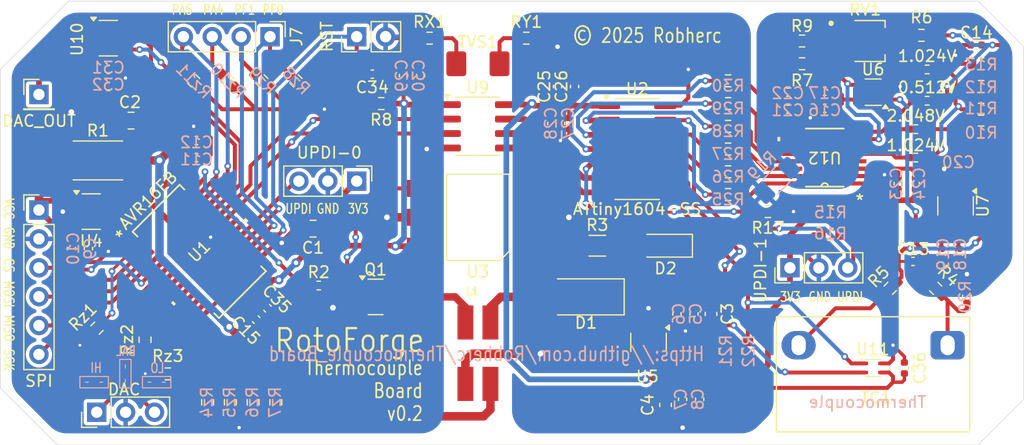
<source format=kicad_pcb>
(kicad_pcb (version 20241229) (generator "pcbnew") (generator_version "9.0")
  (layers (0 "F.Cu" signal) (2 "B.Cu" signal) (13 "F.Paste" user) (15 "B.Paste" user) (5 "F.SilkS" user "F.Silkscreen") (7 "B.SilkS" user "B.Silkscreen") (1 "F.Mask" user) (3 "B.Mask" user) (25 "Edge.Cuts" user))
  (net 0 "")
  (net 1 "3V3-1")
  (net 2 "GND1")
  (net 3 "Net-(C2-Pad1)")
  (net 4 "Net-(D1-K)")
  (net 5 "GND2")
  (net 6 "3V3-ISO")
  (net 7 "VCC")
  (net 8 "GNDA")
  (net 9 "Net-(D1-A)")
  (net 10 "Net-(D2-A)")
  (net 11 "/Output MCU/CS")
  (net 12 "/Output MCU/MOSI")
  (net 13 "/Output MCU/MISO")
  (net 14 "/Output MCU/SCK")
  (net 15 "/Output MCU/DAC-High")
  (net 16 "/Output MCU/DAC-Low")
  (net 17 "/Output MCU/UPDI-0")
  (net 18 "/UPDI")
  (net 19 "/Output MCU/PF0")
  (net 20 "/Output MCU/PF1")
  (net 21 "/Output MCU/PA4")
  (net 22 "/Output MCU/PA5")
  (net 23 "Net-(Q1-D)")
  (net 24 "Net-(Q1-G)")
  (net 25 "150KHz from U1")
  (net 26 "Net-(TC1-+)")
  (net 27 "Net-(TC1--)")
  (net 28 "Net-(U2-PA7)")
  (net 29 "SCL")
  (net 30 "SDA")
  (net 31 "Net-(U2-PA3)")
  (net 32 "Net-(U2-PA1)")
  (net 33 "Net-(U2-PA2)")
  (net 34 "Net-(U2-PA4)")
  (net 35 "Net-(U2-PA5)")
  (net 36 "Net-(U2-PA6)")
  (net 38 "Net-(TVS1-A1)")
  (net 39 "Net-(TVS1-A2)")
  (net 40 "Net-(U1-PC3)")
  (net 41 "Net-(U1-PD2)")
  (net 42 "Net-(U1-PD3)")
  (net 43 "Net-(U1-PD5)")
  (net 44 "Net-(U1-PD6)")
  (net 45 "Net-(U1-PD7)")
  (net 46 "Net-(U1-PD4)")
  (net 47 "ISO-TX")
  (net 48 "ISO-RX")
  (net 49 "Net-(U1-PA2)")
  (net 50 "Net-(U1-PA3)")
  (net 51 "Net-(U2-PB3)")
  (net 52 "Net-(U2-PB2)")
  (net 53 "Net-(U6-+)")
  (net 54 "Net-(C13-Pad2)")
  (net 55 "Net-(U7-OUT)")
  (net 56 "Net-(J3-Pin_1)")
  (net 57 "Net-(J1-Pin_1)")
  (net 58 "Net-(R3-Pad1)")
  (net 59 "Net-(U6--)")
  (net 60 "Net-(R7-Pad1)")
  (net 61 "Net-(U12-AINP)")
  (net 62 "Net-(R9-Pad1)")
  (net 63 "Net-(R10-Pad2)")
  (net 64 "Net-(R11-Pad2)")
  (net 65 "Net-(U12-REFP)")
  (net 66 "Net-(U12-AINN)")
  (net 67 "Net-(U12-SCLK)")
  (net 68 "Net-(U12-DIN)")
  (net 69 "Net-(U12-DOUT{slash}*DRDY)")
  (net 70 "Net-(U12-*DRDY)")
  (net 71 "Net-(U12-*CS)")
  (net 72 "Net-(U12-START)")
  (footprint "Package_SO:SOIC-8_3.9x4.9mm_P1.27mm" (layer "F.Cu") (at 150 89)
    (property "Reference" "U9")
    (property "Value" "ISO1640BDR")
  )
  (footprint "Capacitor_SMD:C_0402_1005Metric" (layer "F.Cu") (at 158.5 85.5 90)
    (property "Reference" "C26")
    (property "Value" "10n")
  )
  (footprint "Resistor_SMD:R_0603_1608Metric" (layer "F.Cu") (at 178.5 83.5)
    (property "Reference" "R7")
    (property "Value" "470k")
  )
  (footprint "Resistor_SMD:R_0603_1608Metric" (layer "F.Cu") (at 131 85 -45)
    (property "Reference" "Rz9")
    (property "Value" "1M")
  )
  (footprint "Capacitor_SMD:C_0402_1005Metric" (layer "F.Cu") (at 140.711 84.412 180)
    (property "Reference" "C34")
    (property "Value" "10n")
  )
  (footprint "custom:DO-214AA" (layer "F.Cu") (at 150 83.5)
    (property "Reference" "TVS1")
    (property "Value" "256V")
  )
  (footprint "Capacitor_SMD:C_0402_1005Metric" (layer "F.Cu") (at 192.25 100.25 -90)
    (property "Reference" "C18")
    (property "Value" "1u")
  )
  (footprint "Capacitor_SMD:C_0402_1005Metric" (layer "F.Cu") (at 114.25 99.75 -90)
    (property "Reference" "C10")
    (property "Value" "10n")
  )
  (footprint "Package_TO_SOT_SMD:SOT-23-6" (layer "F.Cu") (at 117.5 81.25)
    (property "Reference" "U10")
    (property "Value" "MCP4726A0T-E/CH")
  )
  (footprint "Diode_SMD:D_2010_5025Metric_Pad1.52x2.65mm_HandSolder" (layer "F.Cu") (at 159.5 104 180)
    (property "Reference" "D1")
    (property "Value" "D_Schottky")
  )
  (footprint "Package_TO_SOT_SMD:SOT-353_SC-70-5" (layer "F.Cu") (at 184.75 86 180)
    (property "Reference" "U6")
    (property "Value" "TSZ121")
  )
  (footprint "Resistor_SMD:R_0603_1608Metric" (layer "F.Cu") (at 181 96.5)
    (property "Reference" "R15")
    (property "Value" "1M")
  )
  (footprint "Capacitor_SMD:C_0402_1005Metric" (layer "F.Cu") (at 177.25 86)
    (property "Reference" "C22")
    (property "Value" "10n")
  )
  (footprint "Package_SO:SSOP28_SS_MCH" (layer "F.Cu") (at 125.5 100 45)
    (property "Reference" "U1")
    (property "Value" "AVR16EB")
  )
  (footprint "custom:0703" (layer "F.Cu") (at 150 109)
    (property "Reference" "L1")
    (property "Value" "SRF0703-6R8M")
    (property "VALUE" "22uH" (hide yes))
  )
  (footprint "Resistor_SMD:R_0603_1608Metric" (layer "F.Cu") (at 171.73 108.77 90)
    (property "Reference" "R21")
    (property "Value" "10K")
  )
  (footprint "Resistor_SMD:R_0603_1608Metric" (layer "F.Cu") (at 186.25 103.25 45)
    (property "Reference" "R5")
    (property "Value" "1k")
  )
  (footprint "Resistor_SMD:R_0603_1608Metric" (layer "F.Cu") (at 178.5 81.5 180)
    (property "Reference" "R9")
    (property "Value" "47k")
  )
  (footprint "Resistor_SMD:R_0603_1608Metric" (layer "F.Cu") (at 126.23 113.27 -90)
    (property "Reference" "Rz4")
    (property "Value" "1M")
  )
  (footprint "Capacitor_SMD:C_0402_1005Metric" (layer "F.Cu") (at 130.5 106 -45)
    (property "Reference" "C15")
    (property "Value" "1u")
  )
  (footprint "Resistor_SMD:R_0603_1608Metric" (layer "F.Cu") (at 172 95 180)
    (property "Reference" "R25")
    (property "Value" "47R")
  )
  (footprint "Capacitor_SMD:C_0805_2012Metric_Pad1.18x1.45mm_HandSolder" (layer "F.Cu") (at 135.5 98 180)
    (property "Reference" "C1")
    (property "Value" "10u")
  )
  (footprint "Resistor_SMD:R_0603_1608Metric" (layer "F.Cu") (at 125 85 -45)
    (property "Reference" "Rz11")
    (property "Value" "1M")
  )
  (footprint "Resistor_SMD:R_0603_1608Metric" (layer "F.Cu") (at 172 89 180)
    (property "Reference" "R28")
    (property "Value" "47R")
  )
  (footprint "custom:TypeKSocket" (layer "F.Cu") (at 184.75 108.25)
    (property "Reference" "TC1")
    (property "Value" "Thermocouple")
  )
  (footprint "Resistor_SMD:R_0603_1608Metric" (layer "F.Cu") (at 141.5 87 180)
    (property "Reference" "R8")
    (property "Value" "47k")
  )
  (footprint "Capacitor_SMD:C_0402_1005Metric" (layer "F.Cu") (at 192.25 92 180)
    (property "Reference" "C20")
    (property "Value" "1u")
  )
  (footprint "Capacitor_SMD:C_0402_1005Metric" (layer "F.Cu") (at 117.5 85.5)
    (property "Reference" "C32")
    (property "Value" "0u1")
  )
  (footprint "Capacitor_SMD:C_0402_1005Metric" (layer "F.Cu") (at 187.5 110.25 90)
    (property "Reference" "C36")
    (property "Value" "0u1")
  )
  (footprint "Resistor_SMD:R_0603_1608Metric" (layer "F.Cu") (at 181 98.5 180)
    (property "Reference" "R16")
    (property "Value" "1M")
  )
  (footprint "Capacitor_SMD:C_0603_1608Metric" (layer "F.Cu") (at 166.5 113.5 -90)
    (property "Reference" "C4")
    (property "Value" "2u2")
  )
  (footprint "Capacitor_SMD:C_0603_1608Metric" (layer "F.Cu") (at 170.5 105.5 -90)
    (property "Reference" "C3")
    (property "Value" "2u2")
  )
  (footprint "Capacitor_SMD:C_0402_1005Metric" (layer "F.Cu") (at 186.96 94.04 90)
    (property "Reference" "C23")
    (property "Value" "1u")
  )
  (footprint "Resistor_SMD:R_0603_1608Metric" (layer "F.Cu") (at 194.25 87.5 180)
    (property "Reference" "R11")
    (property "Value" "1k")
  )
  (footprint "Resistor_SMD:R_0603_1608Metric" (layer "F.Cu") (at 172 85 180)
    (property "Reference" "R30")
    (property "Value" "47R")
  )
  (footprint "Capacitor_SMD:C_0402_1005Metric" (layer "F.Cu") (at 168 113 90)
    (property "Reference" "C7")
    (property "Value" "1u")
  )
  (footprint "Resistor_SMD:R_0603_1608Metric" (layer "F.Cu") (at 189 81 180)
    (property "Reference" "R6")
    (property "Value" "22k")
  )
  (footprint "Capacitor_SMD:C_0402_1005Metric" (layer "F.Cu") (at 131.5 105 -45)
    (property "Reference" "C35")
    (property "Value" "0u1")
  )
  (footprint "Package_SO:SOIC-14_3.9x8.7mm_P1.27mm" (layer "F.Cu") (at 164 91)
    (property "Reference" "U2")
    (property "Value" "ATtiny1604-SS")
  )
  (footprint "Resistor_SMD:R_0402_1005Metric_Pad0.72x0.64mm_HandSolder" (layer "F.Cu") (at 189.5 84 180)
    (property "Reference" "R23" (hide yes))
    (property "Value" "1.024V")
  )
  (footprint "custom:STS4X" (layer "F.Cu") (at 184.75 110.25)
    (property "Reference" "U11")
    (property "Value" "STS40-CD1B")
  )
  (footprint "custom:H11L1-4" (layer "F.Cu") (at 150 97 90)
    (property "Reference" "U3")
    (property "Value" "H11L1")
  )
  (footprint "Resistor_SMD:R_0603_1608Metric" (layer "F.Cu") (at 194.25 89.5)
    (property "Reference" "R10")
    (property "Value" "1k")
  )
  (footprint "Resistor_SMD:R_0603_1608Metric" (layer "F.Cu") (at 154.25 81.25)
    (property "Reference" "RY1")
    (property "Value" "1M")
  )
  (footprint "Resistor_SMD:R_0603_1608Metric" (layer "F.Cu") (at 128 85 -45)
    (property "Reference" "Rz10")
    (property "Value" "1M")
  )
  (footprint "Capacitor_SMD:C_0402_1005Metric" (layer "F.Cu") (at 158 88.75 -90)
    (property "Reference" "C27")
    (property "Value" "1u")
  )
  (footprint "Resistor_SMD:R_0603_1608Metric" (layer "F.Cu") (at 116.5 106.75 -135)
    (property "Reference" "Rz1")
    (property "Value" "1M")
  )
  (footprint "Connector_PinHeader_2.54mm:PinHeader_1x03_P2.54mm_Vertical" (layer "F.Cu") (at 139.34 93.82 -90)
    (property "Reference" "J5" (hide yes))
    (property "Value" "UPDI-0")
  )
  (footprint "Resistor_SMD:R_0603_1608Metric" (layer "F.Cu") (at 172 93 180)
    (property "Reference" "R26")
    (property "Value" "47R")
  )
  (footprint "Resistor_SMD:R_0603_1608Metric" (layer "F.Cu") (at 175.5 96.5 180)
    (property "Reference" "R17")
    (property "Value" "22k")
  )
  (footprint "Capacitor_SMD:C_0402_1005Metric" (layer "F.Cu") (at 167.5 105.5 -90)
    (property "Reference" "C6")
    (property "Value" "10n")
  )
  (footprint "Package_TO_SOT_SMD:SOT-23-5" (layer "F.Cu") (at 165 108 -90)
    (property "Reference" "U5")
    (property "Value" "AP2112K-3.3")
  )
  (footprint "Capacitor_SMD:C_0402_1005Metric" (layer "F.Cu") (at 188.261 100.882 180)
    (property "Reference" "C13")
    (property "Value" "0u1")
  )
  (footprint "Package_TO_SOT_SMD:SOT-23" (layer "F.Cu") (at 141 104)
    (property "Reference" "Q1")
    (property "Value" "DMN2310U")
  )
  (footprint "Capacitor_SMD:C_0805_2012Metric_Pad1.18x1.45mm_HandSolder" (layer "F.Cu") (at 119.5 88.5 180)
    (property "Reference" "C2")
    (property "Value" "10u")
  )
  (footprint "Resistor_SMD:R_0402_1005Metric_Pad0.72x0.64mm_HandSolder" (layer "F.Cu") (at 188.5 91.75)
    (property "Reference" "R18" (hide yes))
    (property "Value" "1.024V")
  )
  (footprint "Resistor_SMD:R_0603_1608Metric" (layer "F.Cu") (at 122.73 110.77 180)
    (property "Reference" "Rz3")
    (property "Value" "1M")
  )
  (footprint "Capacitor_SMD:C_0402_1005Metric" (layer "F.Cu") (at 190.75 100.25 -90)
    (property "Reference" "C19")
    (property "Value" "10n")
  )
  (footprint "Capacitor_SMD:C_0402_1005Metric" (layer "F.Cu") (at 169.5 113 90)
    (property "Reference" "C8")
    (property "Value" "10n")
  )
  (footprint "Resistor_SMD:R_2512_6332Metric" (layer "F.Cu") (at 116.581 92.002)
    (property "Reference" "R1")
    (property "Value" "4R7")
  )
  (footprint "Resistor_SMD:R_0603_1608Metric" (layer "F.Cu") (at 194.25 83.5)
    (property "Reference" "R13")
    (property "Value" "1k")
  )
  (footprint "Diode_SMD:D_SOD-123" (layer "F.Cu") (at 166.5 99.5 180)
    (property "Reference" "D2")
    (property "Value" "D_Zener_3v0")
  )
  (footprint "Capacitor_SMD:C_0402_1005Metric" (layer "F.Cu") (at 180.5 87.42 180)
    (property "Reference" "C16")
    (property "Value" "1u")
  )
  (footprint "Capacitor_SMD:C_0402_1005Metric" (layer "F.Cu") (at 125.25 90.25 180)
    (property "Reference" "C12")
    (property "Value" "10n")
  )
  (footprint "Package_TO_SOT_SMD:SOT-23-5" (layer "F.Cu") (at 116 96.5)
    (property "Reference" "U4")
    (property "Value" "AP2112K-3.3")
  )
  (footprint "Capacitor_SMD:C_0402_1005Metric" (layer "F.Cu") (at 115.75 99.75 -90)
    (property "Reference" "C9")
    (property "Value" "1u")
  )
  (footprint "Resistor_SMD:R_0603_1608Metric" (layer "F.Cu") (at 172 87 180)
    (property "Reference" "R29")
    (property "Value" "47R")
  )
  (footprint "Resistor_SMD:R_0402_1005Metric_Pad0.72x0.64mm_HandSolder" (layer "F.Cu") (at 189.5 86.75 180)
    (property "Reference" "R24" (hide yes))
    (property "Value" "0.512V")
  )
  (footprint "Resistor_SMD:R_0402_1005Metric" (layer "F.Cu") (at 136 103)
    (property "Reference" "R2")
    (property "Value" "470")
  )
  (footprint "Connector_PinHeader_2.54mm:PinHeader_1x04_P2.54mm_Vertical" (layer "F.Cu") (at 131.72 81.12 -90)
    (property "Reference" "J7")
    (property "Value" "EXP")
  )
  (footprint "Capacitor_SMD:C_0402_1005Metric" (layer "F.Cu") (at 117.5 84)
    (property "Reference" "C31")
    (property "Value" "1u")
  )
  (footprint "Connector_PinHeader_2.54mm:PinHeader_1x02_P2.54mm_Vertical" (layer "F.Cu") (at 139.34 81.12 90)
    (property "Reference" "J3" (hide yes))
    (property "Value" "RST")
  )
  (footprint "Resistor_SMD:R_0603_1608Metric" (layer "F.Cu") (at 145.75 81.25)
    (property "Reference" "RX1")
    (property "Value" "1M")
  )
  (footprint "Capacitor_SMD:C_0402_1005Metric" (layer "F.Cu") (at 193.811 81.852 180)
    (property "Reference" "C14")
    (property "Value" "1u")
  )
  (footprint "Resistor_SMD:R_1206_3216Metric" (layer "F.Cu") (at 160.5 99.5)
    (property "Reference" "R3")
    (property "Value" "10")
  )
  (footprint "Resistor_SMD:R_0603_1608Metric" (layer "F.Cu") (at 132.23 113.27 -90)
    (property "Reference" "Rz7")
    (property "Value" "1M")
  )
  (footprint "Capacitor_SMD:C_0402_1005Metric" (layer "F.Cu") (at 177.25 87.5)
    (property "Reference" "C21")
    (property "Value" "1u")
  )
  (footprint "Resistor_SMD:R_0603_1608Metric" (layer "F.Cu") (at 120.73 107.77 -90)
    (property "Reference" "Rz2")
    (property "Value" "1M")
  )
  (footprint "Resistor_SMD:R_0603_1608Metric" (layer "F.Cu") (at 172 91 180)
    (property "Reference" "R27")
    (property "Value" "47R")
  )
  (footprint "Connector_PinHeader_2.54mm:PinHeader_1x06_P2.54mm_Vertical" (layer "F.Cu") (at 111.4 96.36)
    (property "Reference" "J2" (hide yes))
    (property "Value" "SPI")
  )
  (footprint "Resistor_SMD:R_0402_1005Metric_Pad0.72x0.64mm_HandSolder" (layer "F.Cu") (at 188.5 89.25 180)
    (property "Reference" "R14" (hide yes))
    (property "Value" "2.048V")
  )
  (footprint "Resistor_SMD:R_0603_1608Metric" (layer "F.Cu") (at 190.25 103.25 135)
    (property "Reference" "R4")
    (property "Value" "1k")
  )
  (footprint "Capacitor_SMD:C_0402_1005Metric" (layer "F.Cu") (at 157 85.5 90)
    (property "Reference" "C25")
    (property "Value" "1u")
  )
  (footprint "Connector_PinHeader_2.54mm:PinHeader_1x03_P2.54mm_Vertical" (layer "F.Cu") (at 177.44 101.44 90)
    (property "Reference" "J6" (hide yes))
    (property "Value" "UPDI-1")
  )
  (footprint "Connector_PinHeader_2.54mm:PinHeader_1x01_P2.54mm_Vertical" (layer "F.Cu") (at 111.4 86.2)
    (property "Reference" "J1" (hide yes))
    (property "Value" "DAC_OUT")
  )
  (footprint "Package_TO_SOT_SMD:SOT-23-6" (layer "F.Cu") (at 192 96 -90)
    (property "Reference" "U7")
    (property "Value" "MCP1501T-20E")
  )
  (footprint "Capacitor_SMD:C_0402_1005Metric" (layer "F.Cu") (at 169 105.5 -90)
    (property "Reference" "C5")
    (property "Value" "1u")
  )
  (footprint "Connector_PinHeader_2.54mm:PinHeader_1x03_P2.54mm_Vertical" (layer "F.Cu") (at 116.48 114.14 90)
    (property "Reference" "J4" (hide yes))
    (property "Value" "DAC")
  )
  (footprint "Capacitor_SMD:C_0402_1005Metric" (layer "F.Cu") (at 188.46 94.04 90)
    (property "Reference" "C24")
    (property "Value" "10n")
  )
  (footprint "Resistor_SMD:R_0603_1608Metric" (layer "F.Cu") (at 134 85 -45)
    (property "Reference" "Rz8")
    (property "Value" "1M")
  )
  (footprint "Capacitor_SMD:C_0402_1005Metric" (layer "F.Cu") (at 125.25 91.75 180)
    (property "Reference" "C11")
    (property "Value" "1u")
  )
  (footprint "Resistor_SMD:R_0603_1608Metric" (layer "F.Cu") (at 173.73 108.77 90)
    (property "Reference" "R22")
    (property "Value" "10K")
  )
  (footprint "custom:TRIM_TC33X-2-203E" (layer "F.Cu") (at 184 81.5)
    (property "Reference" "RV1")
    (property "Value" "Trim-Pot_20k")
  )
  (footprint "Capacitor_SMD:C_0402_1005Metric" (layer "F.Cu") (at 180.5 85.92 180)
    (property "Reference" "C17")
    (property "Value" "10n")
  )
  (footprint "Resistor_SMD:R_0402_1005Metric" (layer "F.Cu") (at 193 104 90)
    (property "Reference" "R20")
    (property "Value" "10M")
  )
  (footprint "Resistor_SMD:R_0603_1608Metric" (layer "F.Cu") (at 128.23 113.27 -90)
    (property "Reference" "Rz5")
    (property "Value" "1M")
  )
  (footprint "Package_SO:PW16" (layer "F.Cu") (at 180.5 91.75 180)
    (property "Reference" "U12")
    (property "Value" "ADS1246IPWR")
  )
  (footprint "Capacitor_SMD:C_0402_1005Metric" (layer "F.Cu") (at 144.96 84.54 90)
    (property "Reference" "C30")
    (property "Value" "10n")
  )
  (footprint "Capacitor_SMD:C_0402_1005Metric" (layer "F.Cu") (at 156.5 88.75 -90)
    (property "Reference" "C28")
    (property "Value" "10n")
  )
  (footprint "Resistor_SMD:R_0603_1608Metric" (layer "F.Cu") (at 130.23 113.27 -90)
    (property "Reference" "Rz6")
    (property "Value" "1M")
  )
  (footprint "Capacitor_SMD:C_0402_1005Metric" (layer "F.Cu") (at 143.46 84.54 90)
    (property "Reference" "C29")
    (property "Value" "1u")
  )
  (footprint "Resistor_SMD:R_0603_1608Metric" (layer "F.Cu") (at 194.25 85.5)
    (property "Reference" "R12")
    (property "Value" "1k")
  )
  (footprint "Resistor_SMD:R_1206_3216Metric_Pad1.30x1.75mm_HandSolder" (layer "B.Cu") (at 176.271 93.752 -135)
    (property "Reference" "R19")
    (property "Value" "0R")
  )
  (gr_rect (start 115 111) (end 117.5 112) (stroke (width 0.1)) (fill no) (layer "B.SilkS"))
  (gr_line (start 122.5 111.5) (end 122.25 111.5) (stroke (width 0.1)) (layer "B.SilkS"))
  (gr_line (start 115.5 111.5) (end 115.75 111.5) (stroke (width 0.1)) (layer "B.SilkS"))
  (gr_line (start 119 110) (end 119 110.25) (stroke (width 0.1)) (layer "B.SilkS"))
  (gr_rect (start 118.5 109.5) (end 119.5 112) (stroke (width 0.1)) (fill no) (layer "B.SilkS"))
  (gr_line (start 121 111.5) (end 121.25 111.5) (stroke (width 0.1)) (layer "B.SilkS"))
  (gr_line (start 117 111.5) (end 116.75 111.5) (stroke (width 0.1)) (layer "B.SilkS"))
  (gr_line (start 119 111.5) (end 119 111.25) (stroke (width 0.1)) (layer "B.SilkS"))
  (gr_rect (start 120.5 111) (end 123 112) (stroke (width 0.1)) (fill no) (layer "B.SilkS"))
  (gr_line (start 113 117) (end 108 112) (stroke (width 0.05)) (layer "Edge.Cuts"))
  (gr_line (start 198 82) (end 198 113) (stroke (width 0.05)) (layer "Edge.Cuts"))
  (gr_line (start 198 113) (end 194 117) (stroke (width 0.05)) (layer "Edge.Cuts"))
  (gr_line (start 108 84) (end 114 78) (stroke (width 0.05)) (layer "Edge.Cuts"))
  (gr_line (start 194 117) (end 113 117) (stroke (width 0.05)) (layer "Edge.Cuts"))
  (gr_line (start 108 112) (end 108 84) (stroke (width 0.05)) (layer "Edge.Cuts"))
  (gr_line (start 114 78) (end 194 78) (stroke (width 0.05)) (layer "Edge.Cuts"))
  (gr_line (start 194 78) (end 198 82) (stroke (width 0.05)) (layer "Edge.Cuts"))
  (gr_text "PF1" (at 128.5 79.25 0) (layer "F.SilkS") (effects (font (size 0.85 0.65) (thickness 0.12) (bold yes)) (justify left bottom)))
  (gr_text "MISO" (at 108.25 105.5 270) (layer "F.SilkS") (effects (font (size 0.85 0.65) (thickness 0.12) (bold yes)) (justify left bottom)))
  (gr_text "MOSI" (at 108.25 102.5 270) (layer "F.SilkS") (effects (font (size 0.85 0.65) (thickness 0.12) (bold yes)) (justify left bottom)))
  (gr_text "UPDI" (at 133 96.75 0) (layer "F.SilkS") (effects (font (size 0.85 0.65) (thickness 0.12) (bold yes)) (justify left bottom)))
  (gr_text "GND" (at 108.25 97.75 270) (layer "F.SilkS") (effects (font (size 0.85 0.65) (thickness 0.12) (bold yes)) (justify left bottom)))
  (gr_text "3V3" (at 176.5 104.5 0) (layer "F.SilkS") (effects (font (size 0.85 0.65) (thickness 0.12) (bold yes)) (justify left bottom)))
  (gr_text "GND" (at 135.75 96.75 0) (layer "F.SilkS") (effects (font (size 0.85 0.65) (thickness 0.12) (bold yes)) (justify left bottom)))
  (gr_text "3V3" (at 138.5 96.75 0) (layer "F.SilkS") (effects (font (size 0.85 0.65) (thickness 0.12) (bold yes)) (justify left bottom)))
  (gr_text "PF0" (at 131 79.25 0) (layer "F.SilkS") (effects (font (size 0.85 0.65) (thickness 0.12) (bold yes)) (justify left bottom)))
  (gr_text "UPDI" (at 181.5 104.5 0) (layer "F.SilkS") (effects (font (size 0.85 0.65) (thickness 0.12) (bold yes)) (justify left bottom)))
  (gr_text "Thermocouple\nBoard\nv0.2" (at 145.25 115 0) (layer "F.SilkS") (effects (font (size 1.25 1)) (justify right bottom)))
  (gr_text "VCC" (at 108.25 95.25 270) (layer "F.SilkS") (effects (font (size 0.85 0.65) (thickness 0.12)) (justify left bottom)))
  (gr_text "SCK" (at 108.25 108.5 270) (layer "F.SilkS") (effects (font (size 0.85 0.65) (thickness 0.12) (bold yes)) (justify left bottom)))
  (gr_text "PA4" (at 125.75 79.25 0) (layer "F.SilkS") (effects (font (size 0.85 0.65) (thickness 0.12) (bold yes)) (justify left bottom)))
  (gr_text "PA5" (at 123 79.25 0) (layer "F.SilkS") (effects (font (size 0.85 0.65) (thickness 0.12) (bold yes)) (justify left bottom)))
  (gr_text "CS" (at 108.25 100.5 270) (layer "F.SilkS") (effects (font (size 0.85 0.65) (thickness 0.12) (bold yes)) (justify left bottom)))
  (gr_text "© 2025 Robherc" (at 158.25 81.75 0) (layer "F.SilkS") (effects (font (size 1.25 1)) (justify left bottom)))
  (gr_text "GND" (at 179 104.5 0) (layer "F.SilkS") (effects (font (size 0.85 0.65) (thickness 0.12) (bold yes)) (justify left bottom)))
  (gr_text "RotoForge" (at 132 109 0) (layer "F.SilkS") (effects (font (size 2 1.75) (thickness 0.2)) (justify left bottom)))
  (gr_text "Https://github.com/Robherc/Thermocouple_Board" (at 170 109.75 0) (layer "B.SilkS") (effects (font (size 1.25 1)) (justify left bottom mirror)))
  (gr_text "LO" (at 122.5 110.75 0) (layer "B.SilkS") (effects (font (size 0.85 0.65) (thickness 0.12) (bold yes)) (justify left bottom mirror)))
  (gr_text "BAL" (at 120 109.25 0) (layer "B.SilkS") (effects (font (size 0.85 0.65) (thickness 0.12) (bold yes)) (justify left bottom mirror)))
  (gr_text "HI" (at 117 110.75 0) (layer "B.SilkS") (effects (font (size 0.85 0.65) (thickness 0.12) (bold yes)) (justify left bottom mirror)))
  (segment (start 143.595 87.095) (end 145 87.095) (width 0.5) (layer "F.Cu") (net 1))
  (segment (start 138.25 98.75) (end 138.25 94.91) (width 0.5) (layer "F.Cu") (net 1))
  (segment (start 134 101) (end 135.5 99.5) (width 0.5) (layer "F.Cu") (net 1))
  (segment (start 131.160589 104.660589) (end 130.5 104) (width 0.35) (layer "F.Cu") (net 1))
  (segment (start 144.96 87.055) (end 145 87.095) (width 0.35) (layer "F.Cu") (net 1))
  (segment (start 124 90.5) (end 124 88.951992) (width 0.5) (layer "F.Cu") (net 1))
  (segment (start 144.96 85.02) (end 144.96 87.055) (width 0.35) (layer "F.Cu") (net 1))
  (segment (start 128.757768 98.121061) (end 126.189414 100.689415) (width 0.35) (layer "F.Cu") (net 1))
  (segment (start 117.02 85.5) (end 114.95 85.5) (width 0.35) (layer "F.Cu") (net 1))
  (segment (start 124.77 90.25) (end 124.25 90.25) (width 0.35) (layer "F.Cu") (net 1))
  (segment (start 137.5 99.5) (end 138.25 99.5) (width 0.5) (layer "F.Cu") (net 1))
  (segment (start 136.5375 98) (end 137.5 98) (width 0.5) (layer "F.Cu") (net 1))
  (segment (start 130.5 104) (end 129.5 104) (width 0.5) (layer "F.Cu") (net 1))
  (segment (start 138.25 94.91) (end 139.34 93.82) (width 0.5) (layer "F.Cu") (net 1))
  (segment (start 125.919109 105.555815) (end 125.919109 105.580891) (width 0.35) (layer "F.Cu") (net 1))
  (segment (start 138.25 99.5) (end 142.71 99.5) (width 0.5) (layer "F.Cu") (net 1))
  (segment (start 130.160589 105.660589) (end 129.5 105) (width 0.35) (layer "F.Cu") (net 1))
  (segment (start 117.1375 95.55) (end 121.05 95.55) (width 0.5) (layer "F.Cu") (net 1))
  (segment (start 117.5 80.5) (end 117.7 80.3) (width 0.25) (layer "F.Cu") (net 1))
  (segment (start 115.5 87) (end 114.95 86.45) (width 0.5) (layer "F.Cu") (net 1))
  (segment (start 117.7 80.3) (end 118.6375 80.3) (width 0.25) (layer "F.Cu") (net 1))
  (segment (start 121.05 95.55) (end 126 100.5) (width 0.5) (layer "F.Cu") (net 1))
  (segment (start 143.46 85.02) (end 143.46 86.96) (width 0.35) (layer "F.Cu") (net 1))
  (segment (start 122.048008 87) (end 115.5 87) (width 0.5) (layer "F.Cu") (net 1))
  (segment (start 114.95 86.45) (end 114.95 85.5) (width 0.5) (layer "F.Cu") (net 1))
  (segment (start 127 101.5) (end 129.5 104) (width 0.5) (layer "F.Cu") (net 1))
  (segment (start 117.3 82.2) (end 117.5 82) (width 0.25) (layer "F.Cu") (net 1))
  (segment (start 138.25 98.75) (end 138.25 99.5) (width 0.5) (layer "F.Cu") (net 1))
  (segment (start 143.5 87) (end 142.325 87) (width 0.5) (layer "F.Cu") (net 1))
  (segment (start 132 102.5) (end 132.5 102.5) (width 0.5) (layer "F.Cu") (net 1))
  (segment (start 135.5 99.5) (end 137.5 99.5) (width 0.5) (layer "F.Cu") (net 1))
  (segment (start 117.02 84) (end 114.95 84) (width 0.35) (layer "F.Cu") (net 1))
  (segment (start 145.25 99.54) (end 142.75 99.54) (width 0.5) (layer "F.Cu") (net 1))
  (segment (start 116.3625 82.2) (end 117.3 82.2) (width 0.25) (layer "F.Cu") (net 1))
  (segment (start 124 88.951992) (end 122.048008 87) (width 0.5) (layer "F.Cu") (net 1))
  (segment (start 124 92) (end 124 90.5) (width 0.5) (layer "F.Cu") (net 1))
  (segment (start 137.5 98) (end 138.25 98.75) (width 0.5) (layer "F.Cu") (net 1))
  (segment (start 124.25 91.75) (end 124 92) (width 0.35) (layer "F.Cu") (net 1))
  (segment (start 125.919109 105.555815) (end 128.487462 102.987462) (width 0.35) (layer "F.Cu") (net 1))
  (segment (start 115.3 82.2) (end 116.3625 82.2) (width 0.5) (layer "F.Cu") (net 1))
  (segment (start 142.71 99.5) (end 142.75 99.54) (width 0.5) (layer "F.Cu") (net 1))
  (segment (start 114.95 85.5) (end 114.95 84) (width 0.5) (layer "F.Cu") (net 1))
  (segment (start 124.25 90.25) (end 124 90.5) (width 0.35) (layer "F.Cu") (net 1))
  (segment (start 124.77 91.75) (end 124.25 91.75) (width 0.35) (layer "F.Cu") (net 1))
  (segment (start 143.5 87) (end 143.595 87.095) (width 0.5) (layer "F.Cu") (net 1))
  (segment (start 121.05 95.55) (end 124 92.6) (width 0.5) (layer "F.Cu") (net 1))
  (segment (start 126 100.5) (end 127 101.5) (width 0.5) (layer "F.Cu") (net 1))
  (segment (start 130.5 104) (end 132 102.5) (width 0.5) (layer "F.Cu") (net 1))
  (segment (start 143.46 86.96) (end 143.5 87) (width 0.35) (layer "F.Cu") (net 1))
  (segment (start 114.95 82.55) (end 115.3 82.2) (width 0.5) (layer "F.Cu") (net 1))
  (segment (start 124 92.6) (end 124 92) (width 0.5) (layer "F.Cu") (net 1))
  (segment (start 117.5 82) (end 117.5 80.5) (width 0.25) (layer "F.Cu") (net 1))
  (segment (start 147.525 87.095) (end 145 87.095) (width 0.5) (layer "F.Cu") (net 1))
  (segment (start 129.5 105) (end 129.5 104) (width 0.35) (layer "F.Cu") (net 1))
  (segment (start 114.95 84) (end 114.95 82.55) (width 0.5) (layer "F.Cu") (net 1))
  (via (at 132.5 102.5) (size 0.8) (drill 0.4) (layers "F.Cu" "B.Cu") (net 1))
  (via (at 134 101) (size 0.8) (drill 0.4) (layers "F.Cu" "B.Cu") (net 1))
  (via (at 143.5 87) (size 0.8) (drill 0.4) (layers "F.Cu" "B.Cu") (net 1))
  (via (at 142.75 99.54) (size 0.8) (drill 0.4) (layers "F.Cu" "B.Cu") (net 1))
  (segment (start 142.75 99.54) (end 143.5 98.79) (width 0.5) (layer "B.Cu") (net 1))
  (segment (start 143.5 98.79) (end 143.5 87) (width 0.5) (layer "B.Cu") (net 1))
  (segment (start 132.5 102.5) (end 134 101) (width 0.5) (layer "B.Cu") (net 1))
  (segment (start 119 84.75) (end 119 85) (width 0.35) (layer "F.Cu") (net 2))
  (segment (start 115 88.5) (end 114.25 87.75) (width 0.75) (layer "F.Cu") (net 2))
  (segment (start 114.5 100.94) (end 116 100.94) (width 0.35) (layer "F.Cu") (net 2))
  (segment (start 117.1375 97.45) (end 116.45 97.45) (width 0.2) (layer "F.Cu") (net 2))
  (segment (start 144.96 83.46) (end 144.75 83.25) (width 0.35) (layer "F.Cu") (net 2))
  (segment (start 115.75 100.69) (end 116 100.94) (width 0.35) (layer "F.Cu") (net 2))
  (segment (start 131.055815 100.419109) (end 131.080891 100.419109) (width 0.35) (layer "F.Cu") (net 2))
  (segment (start 131.25 106.75) (end 130.839411 106.339411) (width 0.35) (layer "F.Cu") (net 2))
  (segment (start 120.73 110.73) (end 120.73 108.595) (width 0.25) (layer "F.Cu") (net 2))
  (segment (start 126.23 114.095) (end 126.23 114.73) (width 0.25) (layer "F.Cu") (net 2))
  (segment (start 134.583363 85.583363) (end 136.5 87.5) (width 0.35) (layer "F.Cu") (net 2))
  (segment (start 144.925 81.25) (end 142.01 81.25) (width 0.35) (layer "F.Cu") (net 2))
  (segment (start 127 115.5) (end 128.5 115.5) (width 0.25) (layer "F.Cu") (net 2))
  (segment (start 126.5 91.5) (end 126.5 90) (width 0.35) (layer "F.Cu") (net 2))
  (segment (start 128.298158 97.661452) (end 127.20961 98.75) (width 0.35) (layer "F.Cu") (net 2))
  (segment (start 119 84.5) (end 119 84.75) (width 0.35) (layer "F.Cu") (net 2))
  (segment (start 126.23 114.73) (end 127 115.5) (width 0.25) (layer "F.Cu") (net 2))
  (segment (start 141.191 84.412) (end 141.588 84.412) (width 0.35) (layer "F.Cu") (net 2))
  (segment (start 128.23 115.23) (end 128.5 115.5) (width 0.25) (layer "F.Cu") (net 2))
  (segment (start 126.25 91.75) (end 126.5 91.5) (width 0.35) (layer "F.Cu") (net 2))
  (segment (start 141.88 84.12) (end 141.88 83) (width 0.35) (layer "F.Cu") (net 2))
  (segment (start 114.8625 96.5) (end 113.5 96.5) (width 0.5) (layer "F.Cu") (net 2))
  (segment (start 114.25 100.69) (end 114.5 100.94) (width 0.35) (layer "F.Cu") (net 2))
  (segment (start 142.13 83.25) (end 141.88 83) (width 0.35) (layer "F.Cu") (net 2))
  (segment (start 116 100.94) (end 116.5 100.94) (width 0.35) (layer "F.Cu") (net 2))
  (segment (start 131.75 106.75) (end 131.25 106.75) (width 0.35) (layer "F.Cu") (net 2))
  (segment (start 119 85) (end 118.5 85.5) (width 0.35) (layer "F.Cu") (net 2))
  (segment (start 131.080891 100.419109) (end 132.25 99.25) (width 0.35) (layer "F.Cu") (net 2))
  (segment (start 144.96 84.06) (end 144.96 83.46) (width 0.35) (layer "F.Cu") (net 2))
  (segment (start 116.5 100.94) (end 116.56 100.94) (width 0.35) (layer "F.Cu") (net 2))
  (segment (start 115.5 96.5) (end 114.8625 96.5) (width 0.2) (layer "F.Cu") (net 2))
  (segment (start 143.46 83.46) (end 143.25 83.25) (width 0.35) (layer "F.Cu") (net 2))
  (segment (start 114 82.5) (end 114 82) (width 0.75) (layer "F.Cu") (net 2))
  (segment (start 131.583363 85.583363) (end 133.5 87.5) (width 0.35) (layer "F.Cu") (net 2))
  (segment (start 141.88 83) (end 141.88 81.12) (width 0.35) (layer "F.Cu") (net 2))
  (segment (start 130.5 87.5) (end 133.5 87.5) (width 0.35) (layer "F.Cu") (net 2))
  (segment (start 120.77 110.77) (end 121.905 110.77) (width 0.25) (layer "F.Cu") (net 2))
  (segment (start 127.5 87.5) (end 130.5 87.5) (width 0.35) (layer "F.Cu") (net 2))
  (segment (start 118.5 84) (end 119 84.5) (width 0.35) (layer "F.Cu") (net 2))
  (segment (start 130 115.5) (end 129 115.5) (width 0.25) (layer "F.Cu") (net 2))
  (segment (start 142.01 81.25) (end 141.88 81.12) (width 0.35) (layer "F.Cu") (net 2))
  (segment (start 132.5 106) (end 131.839411 105.339411) (width 0.35) (layer "F.Cu") (net 2))
  (segment (start 120.75 110.75) (end 120.73 110.73) (width 0.25) (layer "F.Cu") (net 2))
  (segment (start 126.5 90) (end 125.5 89) (width 0.35) (layer "F.Cu") (net 2))
  (segment (start 132.23 114.095) (end 132.23 114.77) (width 0.25) (layer "F.Cu") (net 2))
  (segment (start 125.73 90.25) (end 126.25 90.25) (width 0.35) (layer "F.Cu") (net 2))
  (segment (start 125.583363 85.583363) (end 127.5 87.5) (width 0.35) (layer "F.Cu") (net 2))
  (segment (start 145.25 97) (end 142 97) (width 0.75) (layer "F.Cu") (net 2))
  (segment (start 143.46 84.06) (end 143.46 83.46) (width 0.35) (layer "F.Cu") (net 2))
  (segment (start 132.25 99.25) (end 132.75 99.25) (width 0.35) (layer "F.Cu") (net 2))
  (segment (start 128.23 114.095) (end 128.23 115.23) (width 0.25) (layer "F.Cu") (net 2))
  (segment (start 128.5 115.5) (end 129 115.5) (width 0.25) (layer "F.Cu") (net 2))
  (segment (start 133.5 87.5) (end 136.5 87.5) (width 0.35) (layer "F.Cu") (net 2))
  (segment (start 118.5 85.5) (end 117.98 85.5) (width 0.35) (layer "F.Cu") (net 2))
  (segment (start 134 98) (end 132.75 99.25) (width 0.5) (layer "F.Cu") (net 2))
  (segment (start 118.4625 88.5) (end 115 88.5) (width 0.75) (layer "F.Cu") (net 2))
  (segment (start 145.595 90.905) (end 145.5 91) (width 0.5) (layer "F.Cu") (net 2))
  (segment (start 128.583363 85.583363) (end 130.5 87.5) (width 0.35) (layer "F.Cu") (net 2))
  (segment (start 134.4625 98) (end 134 98) (width 0.5) (layer "F.Cu") (net 2))
  (segment (start 143.25 83.25) (end 142.13 83.25) (width 0.35) (layer "F.Cu") (net 2))
  (segment (start 144.75 83.25) (end 143.25 83.25) (width 0.35) (layer "F.Cu") (net 2))
  (segment (start 132.23 114.77) (end 131.5 115.5) (width 0.25) (layer "F.Cu") (net 2))
  (segment (start 114 82) (end 114.5 81.5) (width 0.75) (layer "F.Cu") (net 2))
  (segment (start 126.25 90.25) (end 126.5 90) (width 0.35) (layer "F.Cu") (net 2))
  (segment (start 114.25 100.23) (end 114.25 100.69) (width 0.35) (layer "F.Cu") (net 2))
  (segment (start 125.73 91.75) (end 126.25 91.75) (width 0.35) (layer "F.Cu") (net 2))
  (segment (start 137.25 104.95) (end 140.0625 104.95) (width 0.5) (layer "F.Cu") (net 2))
  (segment (start 137.25 104.95) (end 133.55 104.95) (width 0.35) (layer "F.Cu") (net 2))
  (segment (start 116.3625 81.25) (end 114.75 81.25) (width 0.5) (layer "F.Cu") (net 2))
  (segment (start 141.588 84.412) (end 141.88 84.12) (width 0.35) (layer "F.Cu") (net 2))
  (segment (start 115.75 100.23) (end 115.75 100.69) (width 0.35) (layer "F.Cu") (net 2))
  (segment (start 114 87.5) (end 114 82.5) (width 0.75) (layer "F.Cu") (net 2))
  (segment (start 114.75 81.25) (end 114.5 81.5) (width 0.5) (layer "F.Cu") (net 2))
  (segment (start 131.5 115.5) (end 130 115.5) (width 0.25) (layer "F.Cu") (net 2))
  (segment (start 127.20961 98.75) (end 126.5 98.75) (width 0.35) (layer "F.Cu") (net 2))
  (segment (start 114.25 87.75) (end 114 87.5) (width 0.75) (layer "F.Cu") (net 2))
  (segment (start 116.56 100.94) (end 117.5 100) (width 0.35) (layer "F.Cu") (net 2))
  (segment (start 147.525 90.905) (end 145.595 90.905) (width 0.5) (layer "F.Cu") (net 2))
  (segment (start 117.98 84) (end 118.5 84) (width 0.35) (layer "F.Cu") (net 2))
  (segment (start 116.45 97.45) (end 115.5 96.5) (width 0.2) (layer "F.Cu") (net 2))
  (segment (start 133.55 104.95) (end 131.75 106.75) (width 0.35) (layer "F.Cu") (net 2))
  (segment (start 130.23 115.27) (end 130 115.5) (width 0.25) (layer "F.Cu") (net 2))
  (segment (start 130.23 114.095) (end 130.23 115.27) (width 0.25) (layer "F.Cu") (net 2))
  (segment (start 120.75 110.75) (end 120.77 110.77) (width 0.25) (layer "F.Cu") (net 2))
  (segment (start 125.5 89) (end 125 89) (width 0.35) (layer "F.Cu") (net 2))
  (segment (start 115.916637 107.333363) (end 115 108.25) (width 0.25) (layer "F.Cu") (net 2))
  (via (at 119 84.75) (size 0.6) (drill 0.3) (layers "F.Cu" "B.Cu") (net 2))
  (via (at 137.25 104.95) (size 1) (drill 0.5) (layers "F.Cu" "B.Cu") (net 2))
  (via (at 126.5 98.75) (size 0.6) (drill 0.3) (layers "F.Cu" "B.Cu") (net 2))
  (via (at 145.5 91) (size 0.8) (drill 0.4) (layers "F.Cu" "B.Cu") (net 2))
  (via (at 142 97) (size 1) (drill 0.5) (layers "F.Cu" "B.Cu") (net 2))
  (via (at 114.25 87.75) (size 1) (drill 0.5) (layers "F.Cu" "B.Cu") (net 2))
  (via (at 129 115.5) (size 0.6) (drill 0.3) (layers "F.Cu" "B.Cu") (net 2))
  (via (at 117.5 100) (size 0.6) (drill 0.3) (layers "F.Cu" "B.Cu") (net 2))
  (via (at 113.5 96.5) (size 0.8) (drill 0.4) (layers "F.Cu" "B.Cu") (net 2))
  (via (at 115 108.25) (size 0.5) (drill 0.25) (layers "F.Cu" "B.Cu") (net 2))
  (via (at 136.5 87.5) (size 0.6) (drill 0.3) (layers "F.Cu" "B.Cu") (net 2))
  (via (at 132.75 99.25) (size 0.8) (drill 0.4) (layers "F.Cu" "B.Cu") (net 2))
  (via (at 125 89) (size 0.6) (drill 0.3) (layers "F.Cu" "B.Cu") (net 2))
  (via (at 120.75 110.75) (size 0.5) (drill 0.25) (layers "F.Cu" "B.Cu") (net 2))
  (segment (start 151.1 113.9) (end 151.1 111.65) (width 0.75) (layer "F.Cu") (net 3))
  (segment (start 128.144238 106.625) (end 132.88 111.360762) (width 0.75) (layer "F.Cu") (net 3))
  (segment (start 120.5375 88.5) (end 122 88.5) (width 0.75) (layer "F.Cu") (net 3))
  (segment (start 150.5 114.5) (end 151.1 113.9) (width 0.75) (layer "F.Cu") (net 3))
  (segment (start 123 89.5) (end 123 91) (width 0.75) (layer "F.Cu") (net 3))
  (segment (start 136 114.5) (end 150.5 114.5) (width 0.75) (layer "F.Cu") (net 3))
  (segment (start 122 92) (end 121.998 92.002) (width 0.75) (layer "F.Cu") (net 3))
  (segment (start 132.88 111.360762) (end 132.88 111.38) (width 0.75) (layer "F.Cu") (net 3))
  (segment (start 128.125 106.625) (end 128.144238 106.625) (width 0.75) (layer "F.Cu") (net 3))
  (segment (start 132.88 111.38) (end 136 114.5) (width 0.75) (layer "F.Cu") (net 3))
  (segment (start 121.998 92.002) (end 119.5435 92.002) (width 0.75) (layer "F.Cu") (net 3))
  (segment (start 123 91) (end 122 92) (width 0.75) (layer "F.Cu") (net 3))
  (segment (start 122 88.5) (end 123 89.5) (width 0.75) (layer "F.Cu") (net 3))
  (via (at 128.125 106.625) (size 1) (drill 0.5) (layers "F.Cu" "B.Cu") (net 3))
  (via (at 122 92) (size 1) (drill 0.5) (layers "F.Cu" "B.Cu") (net 3))
  (segment (start 128.125 106.625) (end 122 100.5) (width 0.75) (layer "B.Cu") (net 3))
  (segment (start 122 100.5) (end 122 92) (width 0.75) (layer "B.Cu") (net 3))
  (segment (start 169 105.02) (end 169 104) (width 0.35) (layer "F.Cu") (net 4))
  (segment (start 169.5 104) (end 170.5 103) (width 0.5) (layer "F.Cu") (net 4))
  (segment (start 170.5 100.5) (end 169.5 99.5) (width 0.5) (layer "F.Cu") (net 4))
  (segment (start 167.5 104) (end 169 104) (width 0.5) (layer "F.Cu") (net 4))
  (segment (start 165.95 104.05) (end 166 104) (width 0.5) (layer "F.Cu") (net 4))
  (segment (start 165.95 106.8625) (end 165.95 104.05) (width 0.5) (layer "F.Cu") (net 4))
  (segment (start 169 104) (end 169.5 104) (width 0.5) (layer "F.Cu") (net 4))
  (segment (start 167.5 105.02) (end 167.5 104) (width 0.35) (layer "F.Cu") (net 4))
  (segment (start 169.5 99.5) (end 168.15 99.5) (width 0.5) (layer "F.Cu") (net 4))
  (segment (start 164.05 106.8625) (end 164.05 104.05) (width 0.5) (layer "F.Cu") (net 4))
  (segment (start 166 104) (end 167.5 104) (width 0.5) (layer "F.Cu") (net 4))
  (segment (start 170.5 104.725) (end 170.5 103) (width 0.5) (layer "F.Cu") (net 4))
  (segment (start 170.5 103) (end 170.5 100.5) (width 0.5) (layer "F.Cu") (net 4))
  (segment (start 164.05 104.05) (end 164 104) (width 0.5) (layer "F.Cu") (net 4))
  (segment (start 164 104) (end 166 104) (width 0.5) (layer "F.Cu") (net 4))
  (segment (start 161.8375 104) (end 164 104) (width 0.5) (layer "F.Cu") (net 4))
  (segment (start 185.75 93.25) (end 185.75 93.224999) (width 0.35) (layer "F.Cu") (net 5))
  (segment (start 166.5 115) (end 167 115.5) (width 0.35) (layer "F.Cu") (net 5))
  (segment (start 168.75 107.5) (end 168.25 107) (width 0.5) (layer "F.Cu") (net 5))
  (segment (start 176.325 96.5) (end 177.75 96.5) (width 0.35) (layer "F.Cu") (net 5))
  (segment (start 170.5 107.25) (end 170.25 107.5) (width 0.5) (layer "F.Cu") (net 5))
  (segment (start 185.724999 93.25) (end 185.75 93.25) (width 0.35) (layer "F.Cu") (net 5))
  (segment (start 179.5 98.5) (end 179 99) (width 0.35) (layer "F.Cu") (net 5))
  (segment (start 168.5 107) (end 169 106.5) (width 0.35) (layer "F.Cu") (net 5))
  (segment (start 158.5 83.5) (end 157 82) (width 0.35) (layer "F.Cu") (net 5))
  (segment (start 186.5 108.25) (end 187.5 109.25) (width 0.3) (layer "F.Cu") (net 5))
  (segment (start 156.25 81.25) (end 157 82) (width 0.35) (layer "F.Cu") (net 5))
  (segment (start 170.25 107.5) (end 168.75 107.5) (width 0.5) (layer "F.Cu") (net 5))
  (segment (start 164.25 108) (end 164.75 108) (width 0.25) (layer "F.Cu") (net 5))
  (segment (start 185 92.724999) (end 187 92.724999) (width 0.35) (layer "F.Cu") (net 5))
  (segment (start 152.475 90.905) (end 153.905 90.905) (width 0.5) (layer "F.Cu") (net 5))
  (segment (start 168 107) (end 168.25 107) (width 0.35) (layer "F.Cu") (net 5))
  (segment (start 168 115.5) (end 169 115.5) (width 0.35) (layer "F.Cu") (net 5))
  (segment (start 185.75 93.224999) (end 186.25 92.724999) (width 0.35) (layer "F.Cu") (net 5))
  (segment (start 148.9 109.6) (end 149 109.5) (width 0.75) (layer "F.Cu") (net 5))
  (segment (start 166.5 114.275) (end 166.5 115) (width 0.35) (layer "F.Cu") (net 5))
  (segment (start 165 107.75) (end 165 106.8625) (width 0.25) (layer "F.Cu") (net 5))
  (segment (start 170.5 106.275) (end 170.5 107.25) (width 0.5) (layer "F.Cu") (net 5))
  (segment (start 153.905 90.905) (end 154.75 91.75) (width 0.5) (layer "F.Cu") (net 5))
  (segment (start 186.96 93.56) (end 186.96 92.764999) (width 0.35) (layer "F.Cu") (net 5))
  (segment (start 183.3194 92.724999) (end 185 92.724999) (width 0.35) (layer "F.Cu") (net 5))
  (segment (start 169 115.5) (end 169.5 115) (width 0.35) (layer "F.Cu") (net 5))
  (segment (start 167.5 105.98) (end 167.5 106.5) (width 0.35) (layer "F.Cu") (net 5))
  (segment (start 157.25 90.25) (end 157.5 90.25) (width 0.3) (layer "F.Cu") (net 5))
  (segment (start 188.46 93.085) (end 188.46 93.56) (width 0.35) (layer "F.Cu") (net 5))
  (segment (start 167 115.5) (end 168 115.5) (width 0.35) (layer "F.Cu") (net 5))
  (segment (start 156.5 89.75) (end 157 90.25) (width 0.3) (layer "F.Cu") (net 5))
  (segment (start 158 89.75) (end 158 89.23) (width 0.3) (layer "F.Cu") (net 5))
  (segment (start 166.475 87.19) (end 167.81 87.19) (width 0.35) (layer "F.Cu") (net 5))
  (segment (start 165 106.8625) (end 165 105) (width 0.5) (layer "F.Cu") (net 5))
  (segment (start 169.5 115) (end 169.5 113.48) (width 0.35) (layer "F.Cu") (net 5))
  (segment (start 183.3194 93.375001) (end 185.599998 93.375001) (width 0.35) (layer "F.Cu") (net 5))
  (segment (start 154.75 94.46) (end 156.71 94.46) (width 0.5) (layer "F.Cu") (net 5))
  (segment (start 167.5 106.5) (end 168 107) (width 0.35) (layer "F.Cu") (net 5))
  (segment (start 167.81 87.19) (end 168.5 86.5) (width 0.35) (layer "F.Cu") (net 5))
  (segment (start 164.05 108.2) (end 164.25 108) (width 0.25) (layer "F.Cu") (net 5))
  (segment (start 155.075 81.25) (end 156.25 81.25) (width 0.35) (layer "F.Cu") (net 5))
  (segment (start 169 106.5) (end 169 105.98) (width 0.35) (layer "F.Cu") (net 5))
  (segment (start 179 100.46) (end 179.98 101.44) (width 0.35) (layer "F.Cu") (net 5))
  (segment (start 187.5 109.25) (end 187.5 109.77) (width 0.3) (layer "F.Cu") (net 5))
  (segment (start 185.599998 93.375001) (end 185.724999 93.25) (width 0.35) (layer "F.Cu") (net 5))
  (segment (start 158.5 85.02) (end 158.5 83.5) (width 0.35) (layer "F.Cu") (net 5))
  (segment (start 168.5 86.5) (end 168.5 84) (width 0.35) (layer "F.Cu") (net 5))
  (segment (start 157 85.02) (end 157 82) (width 0.35) (layer "F.Cu") (net 5))
  (segment (start 186.96 92.764999) (end 187 92.724999) (width 0.35) (layer "F.Cu") (net 5))
  (segment (start 186.5 108.25) (end 186.5 109.5) (width 0.35) (layer "F.Cu") (net 5))
  (segment (start 156.5 89.23) (end 156.5 89.75) (width 0.3) (layer "F.Cu") (net 5))
  (segment (start 148.9 111.65) (end 148.9 109.6) (width 0.75) (layer "F.Cu") (net 5))
  (segment (start 180.175 98.5) (end 179.5 98.5) (width 0.35) (layer "F.Cu") (net 5))
  (segment (start 156.71 94.46) (end 158 95.75) (width 0.5) (layer "F.Cu") (net 5))
  (segment (start 149 109.5) (end 149.5 109) (width 0.75) (layer "F.Cu") (net 5))
  (segment (start 149.5 109) (end 155.5 109) (width 0.75) (layer "F.Cu") (net 5))
  (segment (start 154.75 91.75) (end 154.75 94.46) (width 0.5) (layer "F.Cu") (net 5))
  (segment (start 164.75 108) (end 165 107.75) (width 0.25) (layer "F.Cu") (net 5))
  (segment (start 186.15 109.85) (end 185.45 109.85) (width 0.35) (layer "F.Cu") (net 5))
  (segment (start 187 92.724999) (end 188.099999 92.724999) (width 0.35) (layer "F.Cu") (net 5))
  (segment (start 158 95.75) (end 158 97) (width 0.5) (layer "F.Cu") (net 5))
  (segment (start 168 113.48) (end 168 115.5) (width 0.35) (layer "F.Cu") (net 5))
  (segment (start 168.25 107) (end 168.5 107) (width 0.35) (layer "F.Cu") (net 5))
  (segment (start 164.05 109.1375) (end 164.05 108.2) (width 0.25) (layer "F.Cu") (net 5))
  (segment (start 188.099999 92.724999) (end 188.46 93.085) (width 0.35) (layer "F.Cu") (net 5))
  (segment (start 154.75 97) (end 158 97) (width 0.75) (layer "F.Cu") (net 5))
  (segment (start 157.5 90.25) (end 158 89.75) (width 0.3) (layer "F.Cu") (net 5))
  (segment (start 186.5 109.5) (end 186.15 109.85) (width 0.35) (layer "F.Cu") (net 5))
  (segment (start 157 90.25) (end 157.25 90.25) (width 0.3) (layer "F.Cu") (net 5))
  (segment (start 179 99) (end 179 100.46) (width 0.35) (layer "F.Cu") (net 5))
  (via (at 157 82) (size 0.8) (drill 0.4) (layers "F.Cu" "B.Cu") (net 5))
  (via (at 177.75 96.5) (size 0.6) (drill 0.3) (layers "F.Cu" "B.Cu") (net 5))
  (via (at 165 105) (size 0.8) (drill 0.4) (layers "F.Cu" "B.Cu") (net 5))
  (via (at 168.5 84) (size 0.6) (drill 0.3) (layers "F.Cu" "B.Cu") (net 5))
  (via (at 157.25 90.25) (size 0.6) (drill 0.3) (layers "F.Cu" "B.Cu") (net 5))
  (via (at 168.25 107) (size 0.6) (drill 0.3) (layers "F.Cu" "B.Cu") (net 5))
  (via (at 186.5 108.25) (size 0.6) (drill 0.3) (layers "F.Cu" "B.Cu") (net 5))
  (via (at 185.75 93.25) (size 0.6) (drill 0.3) (layers "F.Cu" "B.Cu") (net 5))
  (via (at 155.5 109) (size 1) (drill 0.5) (layers "F.Cu" "B.Cu") (net 5))
  (via (at 168 115.5) (size 0.8) (drill 0.4) (layers "F.Cu" "B.Cu") (net 5))
  (via (at 158 97) (size 1) (drill 0.5) (layers "F.Cu" "B.Cu") (net 5))
  (segment (start 177.44 98.56) (end 177.44 101.44) (width 0.5) (layer "F.Cu") (net 6))
  (segment (start 191.05 98.45) (end 190.75 98.75) (width 0.35) (layer "F.Cu") (net 6))
  (segment (start 183.3194 94.024999) (end 185.024999 94.024999) (width 0.35) (layer "F.Cu") (net 6))
  (segment (start 187.5 110.73) (end 187.5 111.3) (width 0.3) (layer "F.Cu") (net 6))
  (segment (start 181.67 85.92) (end 181.67 85.42) (width 0.35) (layer "F.Cu") (net 6))
  (segment (start 168 112.52) (end 168 111.25) (width 0.5) (layer "F.Cu") (net 6))
  (segment (start 156.5 88.27) (end 156.5 87.19) (width 0.3) (layer "F.Cu") (net 6))
  (segment (start 176.4924 90.124999) (end 175.75 89.382599) (width 0.35) (layer "F.Cu") (net 6))
  (segment (start 175.75 89.382599) (end 175.75 89) (width 0.35) (layer "F.Cu") (net 6))
  (segment (start 185.5 95.5) (end 187 95.5) (width 0.5) (layer "F.Cu") (net 6))
  (segment (start 188 95.5) (end 187.75 95.5) (width 0.5) (layer "F.Cu") (net 6))
  (segment (start 192.25 98.75) (end 190.75 98.75) (width 0.5) (layer "F.Cu") (net 6))
  (segment (start 192.95 98.3) (end 192.5 98.75) (width 0.35) (layer "F.Cu") (net 6))
  (segment (start 183.8 86.65) (end 182.15 86.65) (width 0.35) (layer "F.Cu") (net 6))
  (segment (start 174.25 111.25) (end 175.5 110) (width 0.5) (layer "F.Cu") (net 6))
  (segment (start 188.46 94.52) (end 188.46 95.04) (width 0.35) (layer "F.Cu") (net 6))
  (segment (start 171.73 109.595) (end 171.73 111.02) (width 0.35) (layer "F.Cu") (net 6))
  (segment (start 180.825001 92.075001) (end 180.825001 93.075001) (width 0.35) (layer "F.Cu") (net 6))
  (segment (start 186.5 111.5) (end 186.375 111.625) (width 0.35) (layer "F.Cu") (net 6))
  (segment (start 176.77 87.5) (end 176 87.5) (width 0.35) (layer "F.Cu") (net 6))
  (segment (start 161.525 87.19) (end 158.5 87.19) (width 0.5) (layer "F.Cu") (net 6))
  (segment (start 188.46 95.04) (end 188 95.5) (width 0.35) (layer "F.Cu") (net 6))
  (segment (start 185.5 94.5) (end 185.5 95.5) (width 0.35) (layer "F.Cu") (net 6))
  (segment (start 173.5 111.25) (end 174.25 111.25) (width 0.5) (layer "F.Cu") (net 6))
  (segment (start 175.5 110) (end 175.5 105.5) (width 0.5) (layer "F.Cu") (net 6))
  (segment (start 189.25 95.5) (end 189.75 96) (width 0.5) (layer "F.Cu") (net 6))
  (segment (start 184 95.5) (end 184.5 95.5) (width 0.5) (layer "F.Cu") (net 6))
  (segment (start 154.75 87) (end 154.655 87.095) (width 0.5) (layer "F.Cu") (net 6))
  (segment (start 181.67 85.42) (end 181.25 85) (width 0.35) (layer "F.Cu") (net 6))
  (segment (start 166.5 111.25) (end 165.5 111.25) (width 0.5) (layer "F.Cu") (net 6))
  (segment (start 177.6806 90.124999) (end 178.874999 90.124999) (width 0.35) (layer "F.Cu") (net 6))
  (segment (start 158.5 85.98) (end 158.5 87.19) (width 0.3) (layer "F.Cu") (net 6))
  (segment (start 175.75 89) (end 175.75 87.75) (width 0.35) (layer "F.Cu") (net 6))
  (segment (start 182 86.25) (end 181.67 85.92) (width 0.35) (layer "F.Cu") (net 6))
  (segment (start 192.5 98.75) (end 192.25 98.75) (width 0.35) (layer "F.Cu") (net 6))
  (segment (start 181.58 87.42) (end 182 87) (width 0.35) (layer "F.Cu") (net 6))
  (segment (start 182 87) (end 182 86.5) (width 0.35) (layer "F.Cu") (net 6))
  (segment (start 157 85.98) (end 157 87.19) (width 0.3) (layer "F.Cu") (net 6))
  (segment (start 168 111.25) (end 169.5 111.25) (width 0.5) (layer "F.Cu") (net 6))
  (segment (start 173.73 109.595) (end 173.73 111.02) (width 0.35) (layer "F.Cu") (net 6))
  (segment (start 180.825001 92.075001) (end 183.3194 92.075001) (width 0.35) (layer "F.Cu") (net 6))
  (segment (start 154.655 87.095) (end 152.475 87.095) (width 0.5) (layer "F.Cu") (net 6))
  (segment (start 182 86.5) (end 182 86.25) (width 0.35) (layer "F.Cu") (net 6))
  (segment (start 180.98 87.42) (end 181.58 87.42) (width 0.35) (layer "F.Cu") (net 6))
  (segment (start 181.25 85) (end 176.5 85) (width 0.35) (layer "F.Cu") (net 6))
  (segment (start 176.5 85) (end 175.75 85.75) (width 0.35) (layer "F.Cu") (net 6))
  (segment (start 175 112) (end 174.25 111.25) (width 0.35) (layer "F.Cu") (net 6))
  (segment (start 191.05 97.1375) (end 191.05 98.45) (width 0.35) (layer "F.Cu") (net 6))
  (segment (start 158 88.27) (end 158 87.19) (width 0.3) (layer "F.Cu") (net 6))
  (segment (start 186.375 111.625) (end 186 112) (width 0.35) (layer "F.Cu") (net 6))
  (segment (start 186.5 111) (end 186.5 111.5) (width 0.35) (layer "F.Cu") (net 6))
  (segment (start 185.45 110.65) (end 186.15 110.65) (width 0.35) (layer "F.Cu") (net 6))
  (segment (start 192.25 99.77) (end 192.25 98.75) (width 0.35) (layer "F.Cu") (net 6))
  (segment (start 190.75 98.75) (end 190.5 98.75) (width 0.5) (layer "F.Cu") (net 6))
  (segment (start 158.5 87.19) (end 157 87.19) (width 0.5) (layer "F.Cu") (net 6))
  (segment (start 169.5 111.25) (end 171.5 111.25) (width 0.5) (layer "F.Cu") (net 6))
  (segment (start 179.25 95.5) (end 179.5 95.25) (width 0.5) (layer "F.Cu") (net 6))
  (segment (start 176 87.5) (end 175.75 87.75) (width 0.35) (layer "F.Cu") (net 6))
  (segment (start 175.75 85.75) (end 175.75 86.5) (width 0.35) (layer "F.Cu") (net 6))
  (segment (start 187.5 111.3) (end 187.3 111.5) (width 0.3) (layer "F.Cu") (net 6))
  (segment (start 173.73 111.02) (end 173.5 111.25) (width 0.35) (layer "F.Cu") (net 6))
  (segment (start 179.25 96.75) (end 179.25 95.5) (width 0.5) (layer "F.Cu") (net 6))
  (segment (start 175.5 105.5) (end 177.44 103.56) (width 0.5) (layer "F.Cu") (net 6))
  (segment (start 186.96 95.46) (end 187 95.5) (width 0.35) (layer "F.Cu") (net 6))
  (segment (start 177.44 103.56) (end 177.44 101.44) (width 0.5) (layer "F.Cu") (net 6))
  (segment (start 179.25 96.75) (end 177.44 98.56) (width 0.5) (layer "F.Cu") (net 6))
  (segment (start 188 95.5) (end 189.25 95.5) (width 0.5) (layer "F.Cu") (net 6))
  (segment (start 180.175 96.5) (end 179.5 96.5) (width 0.5) (layer "F.Cu") (net 6))
  (segment (start 169.5 112.52) (end 169.5 111.25) (width 0.5) (layer "F.Cu") (net 6))
  (segment (start 181.774999 94.024999) (end 183.3194 94.024999) (width 0.35) (layer "F.Cu") (net 6))
  (segment (start 154.94 87.19) (end 154.75 87) (width 0.5) (layer "F.Cu") (net 6))
  (segment (start 189.75 96) (end 189.75 98) (width 0.5) (layer "F.Cu") (net 6))
  (segment (start 182.15 86.65) (end 182 86.5) (width 0.35) (layer "F.Cu") (net 6))
  (segment (start 183.75 95.25) (end 184 95.5) (width 0.5) (layer "F.Cu") (net 6))
  (segment (start 189.75 98) (end 190.5 98.75) (width 0.5) (layer "F.Cu") (net 6))
  (segment (start 165.5 111.25) (end 164.75 111.25) (width 0.5) (layer "F.Cu") (net 6))
  (segment (start 186 112) (end 175 112) (width 0.35) (layer "F.Cu") (net 6))
  (segment (start 178.874999 90.124999) (end 180.825001 92.075001) (width 0.35) (layer "F.Cu") (net 6))
  (segment (start 171.73 111.02) (end 171.5 111.25) (width 0.35) (layer "F.Cu") (net 6))
  (segment (start 176.25 86) (end 175.75 86.5) (width 0.35) (layer "F.Cu") (net 6))
  (segment (start 186.15 110.65) (end 186.5 111) (width 0.35) (layer "F.Cu") (net 6))
  (segment (start 187.3 111.5) (end 186.5 111.5) (width 0.3) (layer "F.Cu") (net 6))
  (segment (start 192.95 97.1375) (end 192.95 98.3) (width 0.35) (layer "F.Cu") (net 6))
  (segment (start 185.024999 94.024999) (end 185.5 94.5) (width 0.35) (layer "F.Cu") (net 6))
  (segment (start 165.95 110.7) (end 165.5 111.15) (width 0.5) (layer "F.Cu") (net 6))
  (segment (start 179.5 96.5) (end 179.25 96.75) (width 0.5) (layer "F.Cu") (net 6))
  (segment (start 186.96 94.52) (end 186.96 95.46) (width 0.35) (layer "F.Cu") (net 6))
  (segment (start 180.825001 93.075001) (end 181.774999 94.024999) (width 0.35) (layer "F.Cu") (net 6))
  (segment (start 166.5 111.25) (end 168 111.25) (width 0.5) (layer "F.Cu") (net 6))
  (segment (start 190.75 99.77) (end 190.75 98.75) (width 0.35) (layer "F.Cu") (net 6))
  (segment (start 181.67 85.92) (end 180.98 85.92) (width 0.35) (layer "F.Cu") (net 6))
  (segment (start 179.5 95.25) (end 183.75 95.25) (width 0.5) (layer "F.Cu") (net 6))
  (segment (start 187 95.5) (end 187.75 95.5) (width 0.5) (layer "F.Cu") (net 6))
  (segment (start 177.6806 90.124999) (end 176.4924 90.124999) (width 0.35) (layer "F.Cu") (net 6))
  (segment (start 175.75 86.5) (end 175.75 87.75) (width 0.35) (layer "F.Cu") (net 6))
  (segment (start 157 87.19) (end 154.94 87.19) (width 0.5) (layer "F.Cu") (net 6))
  (segment (start 165.5 111.15) (end 165.5 111.25) (width 0.5) (layer "F.Cu") (net 6))
  (segment (start 176.77 86) (end 176.25 86) (width 0.35) (layer "F.Cu") (net 6))
  (segment (start 166.5 112.725) (end 166.5 111.25) (width 0.5) (layer "F.Cu") (net 6))
  (segment (start 165.95 110.7) (end 166.5 111.25) (width 0.5) (layer "F.Cu") (net 6))
  (segment (start 165.95 109.1375) (end 165.95 110.7) (width 0.5) (layer "F.Cu") (net 6))
  (segment (start 184.5 95.5) (end 185.5 95.5) (width 0.5) (layer "F.Cu") (net 6))
  (segment (start 171.5 111.25) (end 173.5 111.25) (width 0.5) (layer "F.Cu") (net 6))
  (via (at 164.75 111.25) (size 0.8) (drill 0.4) (layers "F.Cu" "B.Cu") (net 6))
  (via (at 154.75 87) (size 0.8) (drill 0.4) (layers "F.Cu" "B.Cu") (net 6))
  (segment (start 152.5 109.25) (end 154.5 111.25) (width 0.5) (layer "B.Cu") (net 6))
  (segment (start 154.5 111.25) (end 164.75 111.25) (width 0.5) (layer "B.Cu") (net 6))
  (segment (start 152.5 89.25) (end 152.5 109.25) (width 0.5) (layer "B.Cu") (net 6))
  (segment (start 154.75 87) (end 152.5 89.25) (width 0.5) (layer "B.Cu") (net 6))
  (segment (start 113.5 98) (end 113.5 97.45) (width 0.35) (layer "F.Cu") (net 7))
  (segment (start 112.49 97.45) (end 111.4 96.36) (width 0.5) (layer "F.Cu") (net 7))
  (segment (start 114.25 98.75) (end 114 98.5) (width 0.35) (layer "F.Cu") (net 7))
  (segment (start 113.002 92.002) (end 113 92) (width 0.75) (layer "F.Cu") (net 7))
  (segment (start 111.45 95.55) (end 111.4 95.5) (width 0.5) (layer "F.Cu") (net 7))
  (segment (start 113.5 97.45) (end 112.49 97.45) (width 0.5) (layer "F.Cu") (net 7))
  (segment (start 115.75 98.75) (end 115.5 98.5) (width 0.35) (layer "F.Cu") (net 7))
  (segment (start 114 98.5) (end 113.5 98) (width 0.35) (layer "F.Cu") (net 7))
  (segment (start 114.8625 95.55) (end 111.45 95.55) (width 0.5) (layer "F.Cu") (net 7))
  (segment (start 114.8625 97.45) (end 113.5 97.45) (width 0.5) (layer "F.Cu") (net 7))
  (segment (start 113 92) (end 111.4 93.6) (width 0.75) (layer "F.Cu") (net 7))
  (segment (start 113.6185 92.002) (end 113.002 92.002) (width 0.75) (layer "F.Cu") (net 7))
  (segment (start 111.4 93.6) (end 111.4 96.36) (width 0.75) (layer "F.Cu") (net 7))
  (segment (start 114.25 99.27) (end 114.25 98.75) (width 0.35) (layer "F.Cu") (net 7))
  (segment (start 115.75 99.27) (end 115.75 98.75) (width 0.35) (layer "F.Cu") (net 7))
  (segment (start 115.5 98.5) (end 114 98.5) (width 0.35) (layer "F.Cu") (net 7))
  (segment (start 191 92.75) (end 191.05 94.8625) (width 0.35) (layer "F.Cu") (net 8))
  (segment (start 191.05 92.8) (end 191 92.75) (width 0.5) (layer "F.Cu") (net 8))
  (segment (start 192 82.75) (end 192 83) (width 0.35) (layer "F.Cu") (net 8))
  (segment (start 192.25 101.25) (end 192.25 100.73) (width 0.35) (layer "F.Cu") (net 8))
  (segment (start 179.25 86) (end 179.25 88.225001) (width 0.35) (layer "F.Cu") (net 8))
  (segment (start 191.5 102) (end 190.75 101.25) (width 0.35) (layer "F.Cu") (net 8))
  (segment (start 179.225001 89.475001) (end 180.525001 90.775001) (width 0.35) (layer "F.Cu") (net 8))
  (segment (start 193 102) (end 192.25 101.25) (width 0.35) (layer "F.Cu") (net 8))
  (segment (start 179.225001 87.5) (end 179.225001 89.475001) (width 0.35) (layer "F.Cu") (net 8))
  (segment (start 177.73 86) (end 179.25 86) (width 0.35) (layer "F.Cu") (net 8))
  (segment (start 187.125 85.5) (end 186.625 86) (width 0.35) (layer "F.Cu") (net 8))
  (segment (start 179.33 85.92) (end 180.02 85.92) (width 0.35) (layer "F.Cu") (net 8))
  (segment (start 191.77 92) (end 191.25 92) (width 0.35) (layer "F.Cu") (net 8))
  (segment (start 193.331 81.852) (end 192.648 81.852) (width 0.35) (layer "F.Cu") (net 8))
  (segment (start 177.6806 89.475001) (end 179.225001 89.475001) (width 0.35) (layer "F.Cu") (net 8))
  (segment (start 179.305001 87.42) (end 180.02 87.42) (width 0.35) (layer "F.Cu") (net 8))
  (segment (start 179.225001 87.5) (end 179.305001 87.42) (width 0.35) (layer "F.Cu") (net 8))
  (segment (start 190.75 101.25) (end 190.75 100.73) (width 0.35) (layer "F.Cu") (net 8))
  (segment (start 192 97.1375) (end 192 94.8625) (width 0.3) (layer "F.Cu") (net 8))
  (segment (start 179.25 88.225001) (end 179.225001 88.25) (width 0.35) (layer "F.Cu") (net 8))
  (segment (start 192.648 81.852) (end 192 82.5) (width 0.35) (layer "F.Cu") (net 8))
  (segment (start 179.225001 88.25) (end 179.225001 87.5) (width 0.35) (layer "F.Cu") (net 8))
  (segment (start 192.5 83.5) (end 193.425 83.5) (width 0.35) (layer "F.Cu") (net 8))
  (segment (start 177.73 87.5) (end 179.225001 87.5) (width 0.35) (layer "F.Cu") (net 8))
  (segment (start 180.525001 90.775001) (end 183.3194 90.775001) (width 0.35) (layer "F.Cu") (net 8))
  (segment (start 192 83) (end 192.5 83.5) (width 0.35) (layer "F.Cu") (net 8))
  (segment (start 193 103.49) (end 193 102) (width 0.35) (layer "F.Cu") (net 8))
  (segment (start 192 82.5) (end 192 82.75) (width 0.35) (layer "F.Cu") (net 8))
  (segment (start 192 94.8625) (end 192 93.75) (width 0.35) (layer "F.Cu") (net 8))
  (segment (start 191 92.25) (end 191 92.75) (width 0.35) (layer "F.Cu") (net 8))
  (segment (start 193 102) (end 191.5 102) (width 0.35) (layer "F.Cu") (net 8))
  (segment (start 186.625 86) (end 185.7 86) (width 0.35) (layer "F.Cu") (net 8))
  (segment (start 192 93.75) (end 191.05 92.8) (width 0.35) (layer "F.Cu") (net 8))
  (segment (start 179.25 86) (end 179.33 85.92) (width 0.35) (layer "F.Cu") (net 8))
  (segment (start 191.25 92) (end 191 92.25) (width 0.35) (layer "F.Cu") (net 8))
  (via (at 191 92.75) (size 0.8) (drill 0.4) (layers "F.Cu" "B.Cu") (net 8))
  (via (at 179.225001 88.25) (size 0.6) (drill 0.3) (layers "F.Cu" "B.Cu") (net 8))
  (via (at 187.125 85.5) (size 0.6) (drill 0.3) (layers "F.Cu" "B.Cu") (net 8))
  (via (at 193 102) (size 0.8) (drill 0.4) (layers "F.Cu" "B.Cu") (net 8))
  (via (at 192 82.75) (size 0.6) (drill 0.3) (layers "F.Cu" "B.Cu") (net 8))
  (segment (start 151.1 104.9) (end 152 104) (width 0.75) (layer "F.Cu") (net 9))
  (segment (start 152 104) (end 157.1625 104) (width 0.75) (layer "F.Cu") (net 9))
  (segment (start 151.1 106.25) (end 151.1 104.9) (width 0.75) (layer "F.Cu") (net 9))
  (segment (start 164.85 99.5) (end 161.9625 99.5) (width 0.5) (layer "F.Cu") (net 10))
  (segment (start 121.782623 101.419329) (end 121.780671 101.419329) (width 0.25) (layer "F.Cu") (net 11))
  (segment (start 116 101.6) (end 114 101.6) (width 0.35) (layer "F.Cu") (net 11))
  (segment (start 113.84 101.44) (end 111.4 101.44) (width 0.35) (layer "F.Cu") (net 11))
  (segment (start 121.780671 101.419329) (end 120.4 102.8) (width 0.35) (layer "F.Cu") (net 11))
  (segment (start 114 101.6) (end 113.84 101.44) (width 0.35) (layer "F.Cu") (net 11))
  (via (at 116 101.6) (size 0.6) (drill 0.3) (layers "F.Cu" "B.Cu") (net 11))
  (via (at 120.4 102.8) (size 0.6) (drill 0.3) (layers "F.Cu" "B.Cu") (net 11))
  (segment (start 116.6 101) (end 116 101.6) (width 0.35) (layer "B.Cu") (net 11))
  (segment (start 120.4 102.8) (end 118.6 101) (width 0.35) (layer "B.Cu") (net 11))
  (segment (start 118.6 101) (end 116.6 101) (width 0.35) (layer "B.Cu") (net 11))
  (segment (start 115 102.5) (end 113.52 103.98) (width 0.35) (layer "F.Cu") (net 12))
  (segment (start 113.52 103.98) (end 111.4 103.98) (width 0.35) (layer "F.Cu") (net 12))
  (segment (start 117.944295 102.5) (end 115 102.5) (width 0.35) (layer "F.Cu") (net 12))
  (segment (start 120.403794 100.040501) (end 117.944295 102.5) (width 0.35) (layer "F.Cu") (net 12))
  (segment (start 112.48 106.52) (end 111.4 106.52) (width 0.35) (layer "F.Cu") (net 13))
  (segment (start 117.863514 103.5) (end 115.5 103.5) (width 0.35) (layer "F.Cu") (net 13))
  (segment (start 120.863404 100.50011) (end 117.863514 103.5) (width 0.35) (layer "F.Cu") (net 13))
  (segment (start 115.5 103.5) (end 112.48 106.52) (width 0.35) (layer "F.Cu") (net 13))
  (segment (start 121.323013 100.95972) (end 117.782733 104.5) (width 0.35) (layer "F.Cu") (net 14))
  (segment (start 117.782733 104.5) (end 115.96 104.5) (width 0.35) (layer "F.Cu") (net 14))
  (segment (start 115.96 104.5) (end 111.4 109.06) (width 0.35) (layer "F.Cu") (net 14))
  (segment (start 118.7 111.92) (end 116.48 114.14) (width 0.35) (layer "F.Cu") (net 15))
  (segment (start 122.242232 101.878939) (end 118.7 105.421171) (width 0.35) (layer "F.Cu") (net 15))
  (segment (start 118.7 105.421171) (end 118.7 111.92) (width 0.35) (layer "F.Cu") (net 15))
  (segment (start 119.3 111.88) (end 121.56 114.14) (width 0.35) (layer "F.Cu") (net 16))
  (segment (start 122.701842 102.338548) (end 119.3 105.74039) (width 0.35) (layer "F.Cu") (net 16))
  (segment (start 119.3 105.74039) (end 119.3 111.88) (width 0.35) (layer "F.Cu") (net 16))
  (segment (start 129.217377 98.580671) (end 133.978048 93.82) (width 0.35) (layer "F.Cu") (net 17))
  (segment (start 133.978048 93.82) (end 134.26 93.82) (width 0.35) (layer "F.Cu") (net 17))
  (segment (start 183 99) (end 183 100.96) (width 0.35) (layer "F.Cu") (net 18))
  (segment (start 182.5 96.5) (end 183 97) (width 0.35) (layer "F.Cu") (net 18))
  (segment (start 169 94.883884) (end 172.116116 98) (width 0.35) (layer "F.Cu") (net 18))
  (segment (start 172.116116 98) (end 176.5 98) (width 0.35) (layer "F.Cu") (net 18))
  (segment (start 181.825 96.5) (end 182.5 96.5) (width 0.35) (layer "F.Cu") (net 18))
  (segment (start 181.825 98.5) (end 182.5 98.5) (width 0.35) (layer "F.Cu") (net 18))
  (segment (start 166.475 92.27) (end 168.27 92.27) (width 0.35) (layer "F.Cu") (net 18))
  (segment (start 168.27 92.27) (end 169 93) (width 0.35) (layer "F.Cu") (net 18))
  (segment (start 169 93) (end 169 94.883884) (width 0.35) (layer "F.Cu") (net 18))
  (segment (start 183 97) (end 183 99) (width 0.35) (layer "F.Cu") (net 18))
  (segment (start 183 100.96) (end 182.52 101.44) (width 0.35) (layer "F.Cu") (net 18))
  (segment (start 182.5 98.5) (end 183 99) (width 0.35) (layer "F.Cu") (net 18))
  (via (at 176.5 98) (size 0.6) (drill 0.3) (layers "F.Cu" "B.Cu") (net 18))
  (segment (start 180.5 98) (end 182.52 100.02) (width 0.35) (layer "B.Cu") (net 18))
  (segment (start 176.5 98) (end 180.5 98) (width 0.35) (layer "B.Cu") (net 18))
  (segment (start 182.52 100.02) (end 182.52 101.44) (width 0.35) (layer "B.Cu") (net 18))
  (segment (start 132.51005 98.5) (end 132.055705 98.5) (width 0.35) (layer "F.Cu") (net 19))
  (segment (start 132.055705 98.5) (end 130.596206 99.959499) (width 0.35) (layer "F.Cu") (net 19))
  (segment (start 131.72 82.72) (end 131.72 81.12) (width 0.35) (layer "F.Cu") (net 19))
  (segment (start 132.880025 98.130025) (end 132.51005 98.5) (width 0.35) (layer "F.Cu") (net 19))
  (segment (start 133.416637 84.416637) (end 131.72 82.72) (width 0.35) (layer "F.Cu") (net 19))
  (via (at 132.880025 98.130025) (size 0.6) (drill 0.3) (layers "F.Cu" "B.Cu") (net 19))
  (segment (start 132.880025 98.130025) (end 132.880025 97.657878) (width 0.35) (layer "B.Cu") (net 19))
  (segment (start 130.5 82.34) (end 131.72 81.12) (width 0.35) (layer "B.Cu") (net 19))
  (segment (start 130.5 95.277853) (end 130.5 82.34) (width 0.35) (layer "B.Cu") (net 19))
  (segment (start 132.880025 97.657878) (end 130.5 95.277853) (width 0.35) (layer "B.Cu") (net 19))
  (segment (start 129.18 83.18) (end 129.18 81.12) (width 0.35) (layer "F.Cu") (net 20))
  (segment (start 130.416637 84.416637) (end 129.18 83.18) (width 0.35) (layer "F.Cu") (net 20))
  (segment (start 131.905617 97.730869) (end 130.136596 99.49989) (width 0.35) (layer "F.Cu") (net 20))
  (segment (start 132.069132 97.730869) (end 131.905617 97.730869) (width 0.35) (layer "F.Cu") (net 20))
  (via (at 132.069132 97.730869) (size 0.6) (drill 0.3) (layers "F.Cu" "B.Cu") (net 20))
  (segment (start 129.25 81.19) (end 129.18 81.12) (width 0.35) (layer "B.Cu") (net 20))
  (segment (start 132.069132 97.669132) (end 129.25 94.85) (width 0.35) (layer "B.Cu") (net 20))
  (segment (start 132.069132 97.730869) (end 132.069132 97.669132) (width 0.35) (layer "B.Cu") (net 20))
  (segment (start 129.25 94.85) (end 129.25 81.19) (width 0.35) (layer "B.Cu") (net 20))
  (segment (start 126.00011 95.363404) (end 128 93.363514) (width 0.35) (layer "F.Cu") (net 21))
  (segment (start 126.64 83.64) (end 126.64 81.12) (width 0.35) (layer "F.Cu") (net 21))
  (segment (start 127.416637 84.416637) (end 126.64 83.64) (width 0.35) (layer "F.Cu") (net 21))
  (segment (start 128 93.363514) (end 128 92.5) (width 0.35) (layer "F.Cu") (net 21))
  (via (at 128 92.5) (size 0.6) (drill 0.3) (layers "F.Cu" "B.Cu") (net 21))
  (segment (start 128 82.48) (end 126.64 81.12) (width 0.35) (layer "B.Cu") (net 21))
  (segment (start 128 92.5) (end 128 82.48) (width 0.35) (layer "B.Cu") (net 21))
  (segment (start 125.540501 94.903794) (end 127 93.444295) (width 0.35) (layer "F.Cu") (net 22))
  (segment (start 124.1 81.9) (end 124.1 81.12) (width 0.35) (layer "F.Cu") (net 22))
  (segment (start 124.416637 84.416637) (end 124 84) (width 0.35) (layer "F.Cu") (net 22))
  (segment (start 127 93.444295) (end 127 93) (width 0.35) (layer "F.Cu") (net 22))
  (segment (start 124 84) (end 124 82) (width 0.35) (layer "F.Cu") (net 22))
  (segment (start 124 82) (end 124.1 81.9) (width 0.35) (layer "F.Cu") (net 22))
  (via (at 127 93) (size 0.6) (drill 0.3) (layers "F.Cu" "B.Cu") (net 22))
  (segment (start 127 84.02) (end 124.1 81.12) (width 0.35) (layer "B.Cu") (net 22))
  (segment (start 127 93) (end 127 84.02) (width 0.35) (layer "B.Cu") (net 22))
  (segment (start 141.9375 104) (end 148 104) (width 0.65) (layer "F.Cu") (net 23))
  (segment (start 148 104) (end 148.9 104.9) (width 0.65) (layer "F.Cu") (net 23))
  (segment (start 148.9 104.9) (end 148.9 106.25) (width 0.65) (layer "F.Cu") (net 23))
  (segment (start 138.5 103) (end 140.0125 103) (width 0.35) (layer "F.Cu") (net 24))
  (segment (start 136.51 103) (end 138.5 103) (width 0.35) (layer "F.Cu") (net 24))
  (segment (start 139.25 98.75) (end 139.25 97.75) (width 0.35) (layer "F.Cu") (net 24))
  (segment (start 139.25 97.75) (end 142.54 94.46) (width 0.35) (layer "F.Cu") (net 24))
  (segment (start 138.5 103) (end 138.5 100.5) (width 0.35) (layer "F.Cu") (net 24))
  (segment (start 140.0125 103) (end 140.0625 103.05) (width 0.35) (layer "F.Cu") (net 24))
  (segment (start 142.54 94.46) (end 145.25 94.46) (width 0.35) (layer "F.Cu") (net 24))
  (via (at 139.25 98.75) (size 0.6) (drill 0.3) (layers "F.Cu" "B.Cu") (net 24))
  (via (at 138.5 100.5) (size 0.6) (drill 0.3) (layers "F.Cu" "B.Cu") (net 24))
  (segment (start 139.25 99.75) (end 138.5 100.5) (width 0.35) (layer "B.Cu") (net 24))
  (segment (start 139.25 98.75) (end 139.25 99.75) (width 0.35) (layer "B.Cu") (net 24))
  (segment (start 134.5 103) (end 135.49 103) (width 0.35) (layer "F.Cu") (net 25))
  (segment (start 125.080891 94.444185) (end 125.080891 94.419109) (width 0.35) (layer "F.Cu") (net 25))
  (segment (start 126 93.5) (end 126 93) (width 0.35) (layer "F.Cu") (net 25))
  (segment (start 125.080891 94.419109) (end 126 93.5) (width 0.35) (layer "F.Cu") (net 25))
  (segment (start 132.5 101) (end 134.5 103) (width 0.35) (layer "F.Cu") (net 25))
  (via (at 126 93) (size 0.6) (drill 0.3) (layers "F.Cu" "B.Cu") (net 25))
  (via (at 132.5 101) (size 0.6) (drill 0.3) (layers "F.Cu" "B.Cu") (net 25))
  (segment (start 132.5 101) (end 126 94.5) (width 0.35) (layer "B.Cu") (net 25))
  (segment (start 126 94.5) (end 126 93) (width 0.35) (layer "B.Cu") (net 25))
  (segment (start 192.25 105.25) (end 191.25 104.25) (width 0.35) (layer "F.Cu") (net 26))
  (segment (start 192.75 105.25) (end 192.25 105.25) (width 0.35) (layer "F.Cu") (net 26))
  (segment (start 191.3 108.25) (end 191.3 104.3) (width 0.35) (layer "F.Cu") (net 26))
  (segment (start 191.25 104.25) (end 190.833363 103.833363) (width 0.35) (layer "F.Cu") (net 26))
  (segment (start 193 105) (end 192.75 105.25) (width 0.35) (layer "F.Cu") (net 26))
  (segment (start 191.3 104.3) (end 191.25 104.25) (width 0.35) (layer "F.Cu") (net 26))
  (segment (start 193 104.51) (end 193 105) (width 0.35) (layer "F.Cu") (net 26))
  (segment (start 184.5 105) (end 181.45 105) (width 0.35) (layer "F.Cu") (net 27))
  (segment (start 185.666637 103.833363) (end 184.5 105) (width 0.35) (layer "F.Cu") (net 27))
  (segment (start 181.45 105) (end 178.2 108.25) (width 0.35) (layer "F.Cu") (net 27))
  (segment (start 174.675 96.5) (end 172.5 96.5) (width 0.35) (layer "F.Cu") (net 28))
  (segment (start 159.52 92.75) (end 160 92.27) (width 0.5) (layer "F.Cu") (net 28))
  (segment (start 167.25 96.5) (end 160.25 96.5) (width 0.35) (layer "F.Cu") (net 28))
  (segment (start 160.25 96.5) (end 159.5 95.75) (width 0.35) (layer "F.Cu") (net 28))
  (segment (start 160 92.27) (end 161.525 92.27) (width 0.5) (layer "F.Cu") (net 28))
  (via (at 159.5 95.75) (size 0.6) (drill 0.3) (layers "F.Cu" "B.Cu") (net 28))
  (via (at 172.5 96.5) (size 0.6) (drill 0.3) (layers "F.Cu" "B.Cu") (net 28))
  (via (at 167.25 96.5) (size 0.6) (drill 0.3) (layers "F.Cu" "B.Cu") (net 28))
  (via (at 159.52 92.75) (size 0.6) (drill 0.3) (layers "F.Cu" "B.Cu") (net 28))
  (segment (start 159.52 95.73) (end 159.5 95.75) (width 0.35) (layer "B.Cu") (net 28))
  (segment (start 167.25 96.5) (end 172.5 96.5) (width 0.35) (layer "B.Cu") (net 28))
  (segment (start 159.52 92.75) (end 159.52 95.73) (width 0.35) (layer "B.Cu") (net 28))
  (segment (start 171.73 106.5) (end 172.5 106.5) (width 0.35) (layer "F.Cu") (net 29))
  (segment (start 171.73 106.5) (end 171.73 107.945) (width 0.35) (layer "F.Cu") (net 29))
  (segment (start 168.5 95.5) (end 168.5 94) (width 0.35) (layer "F.Cu") (net 29))
  (segment (start 173 100) (end 168.5 95.5) (width 0.35) (layer "F.Cu") (net 29))
  (segment (start 171.73 101.23) (end 171.73 106.5) (width 0.35) (layer "F.Cu") (net 29))
  (segment (start 168.04 93.54) (end 166.475 93.54) (width 0.35) (layer "F.Cu") (net 29))
  (segment (start 177 110.6) (end 177.05 110.65) (width 0.35) (layer "F.Cu") (net 29))
  (segment (start 177.05 110.65) (end 184.05 110.65) (width 0.35) (layer "F.Cu") (net 29))
  (segment (start 168.5 94) (end 168.04 93.54) (width 0.35) (layer "F.Cu") (net 29))
  (via (at 173 100) (size 0.6) (drill 0.3) (layers "F.Cu" "B.Cu") (net 29))
  (via (at 172.5 106.5) (size 0.6) (drill 0.3) (layers "F.Cu" "B.Cu") (net 29))
  (via (at 171.73 101.23) (size 0.6) (drill 0.3) (layers "F.Cu" "B.Cu") (net 29))
  (via (at 177 110.6) (size 0.6) (drill 0.3) (layers "F.Cu" "B.Cu") (net 29))
  (segment (start 176.6 110.6) (end 172.5 106.5) (width 0.35) (layer "B.Cu") (net 29))
  (segment (start 173 100) (end 172.96 100) (width 0.35) (layer "B.Cu") (net 29))
  (segment (start 177 110.6) (end 176.6 110.6) (width 0.35) (layer "B.Cu") (net 29))
  (segment (start 172.96 100) (end 171.73 101.23) (width 0.35) (layer "B.Cu") (net 29))
  (segment (start 167.81 94.81) (end 166.475 94.81) (width 0.35) (layer "F.Cu") (net 30))
  (segment (start 182.25 109.25) (end 182.85 109.85) (width 0.35) (layer "F.Cu") (net 30))
  (segment (start 173.75 104.5) (end 173.75 102.25) (width 0.35) (layer "F.Cu") (net 30))
  (segment (start 182.85 109.85) (end 184.05 109.85) (width 0.35) (layer "F.Cu") (net 30))
  (segment (start 173.75 104.5) (end 173.73 104.52) (width 0.35) (layer "F.Cu") (net 30))
  (segment (start 168 95) (end 167.81 94.81) (width 0.35) (layer "F.Cu") (net 30))
  (segment (start 173.75 102.25) (end 168 96.5) (width 0.35) (layer "F.Cu") (net 30))
  (segment (start 168 96.5) (end 168 95) (width 0.35) (layer "F.Cu") (net 30))
  (segment (start 173.73 104.52) (end 173.73 107.945) (width 0.35) (layer "F.Cu") (net 30))
  (via (at 182.25 109.25) (size 0.6) (drill 0.3) (layers "F.Cu" "B.Cu") (net 30))
  (via (at 173.75 104.5) (size 0.6) (drill 0.3) (layers "F.Cu" "B.Cu") (net 30))
  (segment (start 182.25 109.25) (end 177.5 104.5) (width 0.35) (layer "B.Cu") (net 30))
  (segment (start 177.5 104.5) (end 173.75 104.5) (width 0.35) (layer "B.Cu") (net 30))
  (segment (start 168.46 88.46) (end 168.5 88.5) (width 0.35) (layer "F.Cu") (net 31))
  (segment (start 170 95) (end 171.175 95) (width 0.35) (layer "F.Cu") (net 31))
  (segment (start 166.475 88.46) (end 168.46 88.46) (width 0.35) (layer "F.Cu") (net 31))
  (via (at 170 95) (size 0.6) (drill 0.3) (layers "F.Cu" "B.Cu") (net 31))
  (via (at 168.5 88.5) (size 0.6) (drill 0.3) (layers "F.Cu" "B.Cu") (net 31))
  (segment (start 168.5 88.5) (end 169 89) (width 0.35) (layer "B.Cu") (net 31))
  (segment (start 169 89) (end 169 94) (width 0.35) (layer "B.Cu") (net 31))
  (segment (start 169 94) (end 170 95) (width 0.35) (layer "B.Cu") (net 31))
  (segment (start 168 91) (end 170 93) (width 0.35) (layer "F.Cu") (net 32))
  (segment (start 166.475 91) (end 168 91) (width 0.35) (layer "F.Cu") (net 32))
  (segment (start 170 93) (end 171.175 93) (width 0.35) (layer "F.Cu") (net 32))
  (segment (start 166.475 89.73) (end 168.73 89.73) (width 0.35) (layer "F.Cu") (net 33))
  (segment (start 168.73 89.73) (end 170 91) (width 0.35) (layer "F.Cu") (net 33))
  (segment (start 170 91) (end 171.175 91) (width 0.35) (layer "F.Cu") (net 33))
  (segment (start 159.5 88.5) (end 159.54 88.46) (width 0.5) (layer "F.Cu") (net 34))
  (segment (start 161.525 88.46) (end 159.5 88.5) (width 0.5) (layer "F.Cu") (net 34))
  (segment (start 170 89) (end 171.175 89) (width 0.35) (layer "F.Cu") (net 34))
  (via (at 159.5 88.5) (size 0.6) (drill 0.3) (layers "F.Cu" "B.Cu") (net 34))
  (via (at 170 89) (size 0.6) (drill 0.3) (layers "F.Cu" "B.Cu") (net 34))
  (segment (start 159.5 88.5) (end 160.2 87.8) (width 0.35) (layer "B.Cu") (net 34))
  (segment (start 168.8 87.8) (end 170 89) (width 0.35) (layer "B.Cu") (net 34))
  (segment (start 160.2 87.8) (end 168.8 87.8) (width 0.35) (layer "B.Cu") (net 34))
  (segment (start 159.5 89.75) (end 159.52 89.73) (width 0.5) (layer "F.Cu") (net 35))
  (segment (start 170 87) (end 171.175 87) (width 0.35) (layer "F.Cu") (net 35))
  (segment (start 161.525 89.73) (end 159.5 89.75) (width 0.5) (layer "F.Cu") (net 35))
  (via (at 159.5 89.75) (size 0.6) (drill 0.3) (layers "F.Cu" "B.Cu") (net 35))
  (via (at 170 87) (size 0.6) (drill 0.3) (layers "F.Cu" "B.Cu") (net 35))
  (segment (start 158.8 89.05) (end 158.8 88.2) (width 0.35) (layer "B.Cu") (net 35))
  (segment (start 158.8 88.2) (end 160 87) (width 0.35) (layer "B.Cu") (net 35))
  (segment (start 160 87) (end 170 87) (width 0.35) (layer "B.Cu") (net 35))
  (segment (start 159.5 89.75) (end 158.8 89.05) (width 0.35) (layer "B.Cu") (net 35))
  (segment (start 161.525 91) (end 159.5 91) (width 0.5) (layer "F.Cu") (net 36))
  (segment (start 170 85) (end 171.175 85) (width 0.35) (layer "F.Cu") (net 36))
  (via (at 170 85) (size 0.6) (drill 0.3) (layers "F.Cu" "B.Cu") (net 36))
  (via (at 159.5 91) (size 0.6) (drill 0.3) (layers "F.Cu" "B.Cu") (net 36))
  (segment (start 160.186828 86) (end 168.5 86) (width 0.35) (layer "B.Cu") (net 36))
  (segment (start 158.225 89.725) (end 158.225 87.961828) (width 0.35) (layer "B.Cu") (net 36))
  (segment (start 158.225 87.961828) (end 160.186828 86) (width 0.35) (layer "B.Cu") (net 36))
  (segment (start 159.5 91) (end 158.225 89.725) (width 0.35) (layer "B.Cu") (net 36))
  (segment (start 168.5 86) (end 169.5 85) (width 0.35) (layer "B.Cu") (net 36))
  (segment (start 169.5 85) (end 170 85) (width 0.35) (layer "B.Cu") (net 36))
  (segment (start 146.575 81.25) (end 147.75 81.25) (width 0.35) (layer "F.Cu") (net 38))
  (segment (start 147.75 81.25) (end 148.1 81.6) (width 0.35) (layer "F.Cu") (net 38))
  (segment (start 148.1 81.6) (end 148.1 83.5) (width 0.35) (layer "F.Cu") (net 38))
  (segment (start 152.25 81.25) (end 153.425 81.25) (width 0.35) (layer "F.Cu") (net 39))
  (segment (start 151.9 83.5) (end 151.9 81.6) (width 0.35) (layer "F.Cu") (net 39))
  (segment (start 151.9 81.6) (end 152.25 81.25) (width 0.35) (layer "F.Cu") (net 39))
  (segment (start 117.083363 106.116637) (end 117.083363 106.166637) (width 0.25) (layer "F.Cu") (net 40))
  (segment (start 117.817705 101.682295) (end 119.919109 99.580891) (width 0.25) (layer "F.Cu") (net 40))
  (segment (start 119.944185 99.580891) (end 119.919109 99.580891) (width 0.35) (layer "F.Cu") (net 40))
  (segment (start 117.817705 101.742705) (end 117.817705 101.682295) (width 0.25) (layer "F.Cu") (net 40))
  (segment (start 117.083363 106.166637) (end 117.825 105.425) (width 0.25) (layer "F.Cu") (net 40))
  (via (at 117.817705 101.742705) (size 0.6) (drill 0.3) (layers "F.Cu" "B.Cu") (net 40))
  (via (at 117.825 105.425) (size 0.6) (drill 0.3) (layers "F.Cu" "B.Cu") (net 40))
  (segment (start 117.825 101.75) (end 117.825 105.425) (width 0.25) (layer "B.Cu") (net 40))
  (segment (start 117.817705 101.742705) (end 117.825 101.75) (width 0.25) (layer "B.Cu") (net 40))
  (segment (start 120.73 105.22961) (end 120.73 106.945) (width 0.25) (layer "F.Cu") (net 41))
  (segment (start 123.161452 102.798158) (end 120.73 105.22961) (width 0.25) (layer "F.Cu") (net 41))
  (segment (start 124.5 110) (end 124.5 110.5) (width 0.25) (layer "F.Cu") (net 42))
  (segment (start 124.23 110.77) (end 123.555 110.77) (width 0.25) (layer "F.Cu") (net 42))
  (segment (start 123.621061 103.257768) (end 122.4 104.478829) (width 0.25) (layer "F.Cu") (net 42))
  (segment (start 122.4 104.478829) (end 122.4 107.9) (width 0.25) (layer "F.Cu") (net 42))
  (segment (start 124.5 110.5) (end 124.23 110.77) (width 0.25) (layer "F.Cu") (net 42))
  (segment (start 122.4 107.9) (end 124.5 110) (width 0.25) (layer "F.Cu") (net 42))
  (segment (start 123.2 105.517267) (end 123.2 107.397057) (width 0.25) (layer "F.Cu") (net 43))
  (segment (start 128.23 111.73) (end 128.23 112.445) (width 0.25) (layer "F.Cu") (net 43))
  (segment (start 123.2 107.397057) (end 126.802945 111) (width 0.25) (layer "F.Cu") (net 43))
  (segment (start 127.5 111) (end 128.23 111.73) (width 0.25) (layer "F.Cu") (net 43))
  (segment (start 124.54028 104.176987) (end 123.2 105.517267) (width 0.25) (layer "F.Cu") (net 43))
  (segment (start 126.802945 111) (end 127.5 111) (width 0.25) (layer "F.Cu") (net 43))
  (segment (start 129 110.5) (end 130.23 111.73) (width 0.25) (layer "F.Cu") (net 44))
  (segment (start 126.86863 110.5) (end 129 110.5) (width 0.25) (layer "F.Cu") (net 44))
  (segment (start 123.6 106.036486) (end 123.6 107.231371) (width 0.25) (layer "F.Cu") (net 44))
  (segment (start 124.99989 104.636596) (end 123.6 106.036486) (width 0.25) (layer "F.Cu") (net 44))
  (segment (start 123.6 107.231371) (end 126.86863 110.5) (width 0.25) (layer "F.Cu") (net 44))
  (segment (start 130.23 111.73) (end 130.23 112.445) (width 0.25) (layer "F.Cu") (net 44))
  (segment (start 130.6 110) (end 132.23 111.63) (width 0.25) (layer "F.Cu") (net 45))
  (segment (start 124 107.065685) (end 126.934315 110) (width 0.25) (layer "F.Cu") (net 45))
  (segment (start 124 106.555705) (end 124 107.065685) (width 0.25) (layer "F.Cu") (net 45))
  (segment (start 125.459499 105.096206) (end 124 106.555705) (width 0.25) (layer "F.Cu") (net 45))
  (segment (start 126.934315 110) (end 130.6 110) (width 0.25) (layer "F.Cu") (net 45))
  (segment (start 132.23 111.63) (end 132.23 112.445) (width 0.25) (layer "F.Cu") (net 45))
  (segment (start 122.8 107.562743) (end 126.23 110.99274) (width 0.25) (layer "F.Cu") (net 46))
  (segment (start 124.080671 103.717377) (end 122.8 104.998048) (width 0.25) (layer "F.Cu") (net 46))
  (segment (start 126.23 110.99274) (end 126.23 112.445) (width 0.25) (layer "F.Cu") (net 46))
  (segment (start 122.8 104.998048) (end 122.8 107.562743) (width 0.25) (layer "F.Cu") (net 46))
  (segment (start 135.635 88.365) (end 147.525 88.365) (width 0.35) (layer "F.Cu") (net 47))
  (segment (start 135.5 88.5) (end 135.635 88.365) (width 0.35) (layer "F.Cu") (net 47))
  (segment (start 131.25 93.79039) (end 127.838548 97.201842) (width 0.35) (layer "F.Cu") (net 47))
  (segment (start 131.25 92.75) (end 131.25 93.79039) (width 0.35) (layer "F.Cu") (net 47))
  (segment (start 133.625 90.375) (end 131.25 92.75) (width 0.35) (layer "F.Cu") (net 47))
  (via (at 133.625 90.375) (size 0.6) (drill 0.3) (layers "F.Cu" "B.Cu") (net 47))
  (via (at 135.5 88.5) (size 0.6) (drill 0.3) (layers "F.Cu" "B.Cu") (net 47))
  (segment (start 135.5 88.5) (end 133.625 90.375) (width 0.35) (layer "B.Cu") (net 47))
  (segment (start 127.378939 96.742232) (end 130 94.121171) (width 0.35) (layer "F.Cu") (net 48))
  (segment (start 132.865 89.635) (end 147.525 89.635) (width 0.35) (layer "F.Cu") (net 48))
  (segment (start 130 94.121171) (end 130 92.5) (width 0.35) (layer "F.Cu") (net 48))
  (segment (start 130 92.5) (end 132.865 89.635) (width 0.35) (layer "F.Cu") (net 48))
  (segment (start 129.125 90.375) (end 129.125 94.076952) (width 0.35) (layer "F.Cu") (net 49))
  (segment (start 129.125 94.076952) (end 126.919329 96.282623) (width 0.35) (layer "F.Cu") (net 49))
  (segment (start 120.25 82.25) (end 118.6875 82.25) (width 0.35) (layer "F.Cu") (net 49))
  (segment (start 118.6875 82.25) (end 118.6375 82.2) (width 0.35) (layer "F.Cu") (net 49))
  (segment (start 122.125 83.375) (end 129.125 90.375) (width 0.35) (layer "F.Cu") (net 49))
  (via (at 120.25 82.25) (size 0.6) (drill 0.3) (layers "F.Cu" "B.Cu") (net 49))
  (via (at 122.125 83.375) (size 0.6) (drill 0.3) (layers "F.Cu" "B.Cu") (net 49))
  (segment (start 121 82.25) (end 120.25 82.25) (width 0.35) (layer "B.Cu") (net 49))
  (segment (start 122.125 83.375) (end 121 82.25) (width 0.35) (layer "B.Cu") (net 49))
  (segment (start 125.5 88.25) (end 121.25 84) (width 0.35) (layer "F.Cu") (net 50))
  (segment (start 128.625 93.657733) (end 128.625 90.625) (width 0.35) (layer "F.Cu") (net 50))
  (segment (start 126.25 88.25) (end 125.5 88.25) (width 0.35) (layer "F.Cu") (net 50))
  (segment (start 121.25 82) (end 120.5 81.25) (width 0.35) (layer "F.Cu") (net 50))
  (segment (start 126.45972 95.823013) (end 128.625 93.657733) (width 0.35) (layer "F.Cu") (net 50))
  (segment (start 120.5 81.25) (end 118.6375 81.25) (width 0.35) (layer "F.Cu") (net 50))
  (segment (start 121.25 84) (end 121.25 82) (width 0.35) (layer "F.Cu") (net 50))
  (segment (start 128.625 90.625) (end 126.25 88.25) (width 0.35) (layer "F.Cu") (net 50))
  (segment (start 154.115 88.365) (end 152.475 88.365) (width 0.5) (layer "F.Cu") (net 51))
  (segment (start 155.385 89.635) (end 154.115 88.365) (width 0.5) (layer "F.Cu") (net 51))
  (segment (start 161.525 93.54) (end 159.29 93.54) (width 0.5) (layer "F.Cu") (net 51))
  (segment (start 159.29 93.54) (end 155.385 89.635) (width 0.5) (layer "F.Cu") (net 51))
  (segment (start 159.21 94.81) (end 161.525 94.81) (width 0.5) (layer "F.Cu") (net 52))
  (segment (start 152.475 89.635) (end 154.035 89.635) (width 0.5) (layer "F.Cu") (net 52))
  (segment (start 154.035 89.635) (end 159.21 94.81) (width 0.5) (layer "F.Cu") (net 52))
  (segment (start 185.7 86.65) (end 187.1 86.65) (width 0.35) (layer "F.Cu") (net 53))
  (segment (start 188.741 100.882) (end 189.368 100.882) (width 0.25) (layer "F.Cu") (net 53))
  (segment (start 187.1 86.65) (end 187.15 86.65) (width 0.35) (layer "F.Cu") (net 53))
  (segment (start 189.666637 102.666637) (end 189.25 102.25) (width 0.35) (layer "F.Cu") (net 53))
  (segment (start 189.25 102.25) (end 189.25 102) (width 0.35) (layer "F.Cu") (net 53))
  (segment (start 189.5 100.75) (end 189.5 100.25) (width 0.35) (layer "F.Cu") (net 53))
  (segment (start 189.25 101.75) (end 189.5 101.5) (width 0.35) (layer "F.Cu") (net 53))
  (segment (start 188.5 99.25) (end 188.5 96.5) (width 0.35) (layer "F.Cu") (net 53))
  (segment (start 189.5 101.5) (end 189.5 100.75) (width 0.35) (layer "F.Cu") (net 53))
  (segment (start 189.25 102) (end 189.25 101.75) (width 0.35) (layer "F.Cu") (net 53))
  (segment (start 189.5 100.25) (end 188.5 99.25) (width 0.35) (layer "F.Cu") (net 53))
  (segment (start 189.368 100.882) (end 189.5 100.75) (width 0.25) (layer "F.Cu") (net 53))
  (via (at 188.5 96.5) (size 0.6) (drill 0.3) (layers "F.Cu" "B.Cu") (net 53))
  (via (at 187.1 86.65) (size 0.6) (drill 0.3) (layers "F.Cu" "B.Cu") (net 53))
  (segment (start 187.75 87.3) (end 187.1 86.65) (width 0.35) (layer "B.Cu") (net 53))
  (segment (start 187.75 95.75) (end 187.75 87.3) (width 0.35) (layer "B.Cu") (net 53))
  (segment (start 188.5 96.5) (end 187.75 95.75) (width 0.35) (layer "B.Cu") (net 53))
  (segment (start 186.833363 102.666637) (end 187.25 102.25) (width 0.35) (layer "F.Cu") (net 54))
  (segment (start 187.781 100.882) (end 187.132 100.882) (width 0.25) (layer "F.Cu") (net 54))
  (segment (start 191.75 81) (end 189.825 81) (width 0.35) (layer "F.Cu") (net 54))
  (segment (start 196 85.5) (end 195.075 85.5) (width 0.35) (layer "F.Cu") (net 54))
  (segment (start 187.25 101.75) (end 187 101.5) (width 0.35) (layer "F.Cu") (net 54))
  (segment (start 187.25 100) (end 187.5 99.75) (width 0.35) (layer "F.Cu") (net 54))
  (segment (start 196.75 96.25) (end 193.75 99.25) (width 0.35) (layer "F.Cu") (net 54))
  (segment (start 195.852 81.852) (end 196.5 82.5) (width 0.35) (layer "F.Cu") (net 54))
  (segment (start 196.5 85) (end 196 85.5) (width 0.35) (layer "F.Cu") (net 54))
  (segment (start 190.75 86.75) (end 190.0975 86.75) (width 0.35) (layer "F.Cu") (net 54))
  (segment (start 187 101.5) (end 187 101.25) (width 0.35) (layer "F.Cu") (net 54))
  (segment (start 187.132 100.882) (end 187 100.75) (width 0.25) (layer "F.Cu") (net 54))
  (segment (start 196.5 82.5) (end 196.5 85) (width 0.35) (layer "F.Cu") (net 54))
  (segment (start 187 100.25) (end 187.25 100) (width 0.35) (layer "F.Cu") (net 54))
  (segment (start 196.5 86.25) (end 196.75 86.5) (width 0.35) (layer "F.Cu") (net 54))
  (segment (start 195.25 81.852) (end 195.852 81.852) (width 0.35) (layer "F.Cu") (net 54))
  (segment (start 191.25 86.25) (end 190.75 86.75) (width 0.35) (layer "F.Cu") (net 54))
  (segment (start 187.5 99.75) (end 188 99.75) (width 0.35) (layer "F.Cu") (net 54))
  (segment (start 187 100.75) (end 187 100.25) (width 0.35) (layer "F.Cu") (net 54))
  (segment (start 196.5 83.5) (end 195.075 83.5) (width 0.35) (layer "F.Cu") (net 54))
  (segment (start 195.25 81.852) (end 194.291 81.852) (width 0.35) (layer "F.Cu") (net 54))
  (segment (start 187.25 102.25) (end 187.25 101.75) (width 0.35) (layer "F.Cu") (net 54))
  (segment (start 187 101.25) (end 187 100.75) (width 0.35) (layer "F.Cu") (net 54))
  (segment (start 196.75 86.5) (end 196.75 96.25) (width 0.35) (layer "F.Cu") (net 54))
  (segment (start 191.25 85.5) (end 191.25 86.25) (width 0.35) (layer "F.Cu") (net 54))
  (segment (start 196.5 85) (end 196.5 86.25) (width 0.35) (layer "F.Cu") (net 54))
  (via (at 193.75 99.25) (size 0.6) (drill 0.3) (layers "F.Cu" "B.Cu") (net 54))
  (via (at 191.25 85.5) (size 0.6) (drill 0.3) (layers "F.Cu" "B.Cu") (net 54))
  (via (at 188 99.75) (size 0.6) (drill 0.3) (layers "F.Cu" "B.Cu") (net 54))
  (via (at 195.25 81.852) (size 0.6) (drill 0.3) (layers "F.Cu" "B.Cu") (net 54))
  (via (at 191.75 81) (size 0.6) (drill 0.3) (layers "F.Cu" "B.Cu") (net 54))
  (segment (start 193.25 99.75) (end 193.75 99.25) (width 0.35) (layer "B.Cu") (net 54))
  (segment (start 191.25 85.5) (end 194.9 81.85) (width 0.35) (layer "B.Cu") (net 54))
  (segment (start 193.352 81.852) (end 192.5 81) (width 0.35) (layer "B.Cu") (net 54))
  (segment (start 188 99.75) (end 193.25 99.75) (width 0.35) (layer "B.Cu") (net 54))
  (segment (start 192.5 81) (end 191.75 81) (width 0.35) (layer "B.Cu") (net 54))
  (segment (start 195.25 81.852) (end 193.352 81.852) (width 0.35) (layer "B.Cu") (net 54))
  (segment (start 192.375 90.375) (end 192 90) (width 0.35) (layer "F.Cu") (net 55))
  (segment (start 193.5 92) (end 193.5 91.5) (width 0.35) (layer "F.Cu") (net 55))
  (segment (start 191.25 89.25) (end 189.0975 89.25) (width 0.35) (layer "F.Cu") (net 55))
  (segment (start 192 90) (end 191.25 89.25) (width 0.35) (layer "F.Cu") (net 55))
  (segment (start 192.73 92) (end 193.5 92) (width 0.35) (layer "F.Cu") (net 55))
  (segment (start 192.95 94.8625) (end 192.95 93.3) (width 0.35) (layer "F.Cu") (net 55))
  (segment (start 193.425 89.5) (end 191.5 89.5) (width 0.35) (layer "F.Cu") (net 55))
  (segment (start 192.95 93.3) (end 193.5 92.75) (width 0.35) (layer "F.Cu") (net 55))
  (segment (start 193.5 92.75) (end 193.5 92) (width 0.35) (layer "F.Cu") (net 55))
  (segment (start 193.5 91.5) (end 192.375 90.375) (width 0.35) (layer "F.Cu") (net 55))
  (segment (start 139.502 84.412) (end 139.34 84.25) (width 0.35) (layer "F.Cu") (net 56))
  (segment (start 129.676987 99.04028) (end 132.217267 96.5) (width 0.35) (layer "F.Cu") (net 56))
  (segment (start 139.34 84.25) (end 139.34 81.12) (width 0.35) (layer "F.Cu") (net 56))
  (segment (start 140.231 84.412) (end 139.502 84.412) (width 0.35) (layer "F.Cu") (net 56))
  (segment (start 140.675 87) (end 140 87) (width 0.35) (layer "F.Cu") (net 56))
  (segment (start 139.34 86.34) (end 139.34 84.25) (width 0.35) (layer "F.Cu") (net 56))
  (segment (start 132.25 96.5) (end 132.5 96.25) (width 0.35) (layer "F.Cu") (net 56))
  (segment (start 132.217267 96.5) (end 132.25 96.5) (width 0.35) (layer "F.Cu") (net 56))
  (segment (start 140 87) (end 139.34 86.34) (width 0.35) (layer "F.Cu") (net 56))
  (via (at 132.5 96.25) (size 0.6) (drill 0.3) (layers "F.Cu" "B.Cu") (net 56))
  (segment (start 136.63 81.12) (end 139.34 81.12) (width 0.35) (layer "B.Cu") (net 56))
  (segment (start 132 95.75) (end 132 85.75) (width 0.35) (layer "B.Cu") (net 56))
  (segment (start 132.5 96.25) (end 132 95.75) (width 0.35) (layer "B.Cu") (net 56))
  (segment (start 132 85.75) (end 136.63 81.12) (width 0.35) (layer "B.Cu") (net 56))
  (segment (start 116.3625 80.3) (end 114.2 80.3) (width 0.5) (layer "F.Cu") (net 57))
  (segment (start 114.2 80.3) (end 111.4 83.1) (width 0.5) (layer "F.Cu") (net 57))
  (segment (start 111.4 83.1) (end 111.4 86.2) (width 0.5) (layer "F.Cu") (net 57))
  (segment (start 154.75 99.54) (end 158.9975 99.54) (width 0.5) (layer "F.Cu") (net 58))
  (segment (start 158.9975 99.54) (end 159.0375 99.5) (width 0.5) (layer "F.Cu") (net 58))
  (segment (start 187 81.5) (end 187 82) (width 0.35) (layer "F.Cu") (net 59))
  (segment (start 188.175 81) (end 187.5 81) (width 0.35) (layer "F.Cu") (net 59))
  (segment (start 186.75 81.5) (end 187 81.75) (width 0.35) (layer "F.Cu") (net 59))
  (segment (start 187 81.75) (end 187 82) (width 0.35) (layer "F.Cu") (net 59))
  (segment (start 186.5 84) (end 186.5 85) (width 0.35) (layer "F.Cu") (net 59))
  (segment (start 185.45 81.5) (end 186.75 81.5) (width 0.35) (layer "F.Cu") (net 59))
  (segment (start 187 83.5) (end 186.5 84) (width 0.35) (layer "F.Cu") (net 59))
  (segment (start 187.5 81) (end 187 81.5) (width 0.35) (layer "F.Cu") (net 59))
  (segment (start 186.5 85) (end 186.15 85.35) (width 0.35) (layer "F.Cu") (net 59))
  (segment (start 186.15 85.35) (end 185.7 85.35) (width 0.35) (layer "F.Cu") (net 59))
  (segment (start 187 82) (end 187 83.5) (width 0.35) (layer "F.Cu") (net 59))
  (segment (start 177.675 81.5) (end 176.75 81.5) (width 0.35) (layer "F.Cu") (net 60))
  (segment (start 176.75 81.5) (end 176.25 82) (width 0.35) (layer "F.Cu") (net 60))
  (segment (start 177.675 83.5) (end 176.75 83.5) (width 0.35) (layer "F.Cu") (net 60))
  (segment (start 176.75 83.5) (end 176.25 83) (width 0.35) (layer "F.Cu") (net 60))
  (segment (start 176.25 82) (end 176.25 83) (width 0.35) (layer "F.Cu") (net 60))
  (segment (start 185.25 90.125002) (end 183.3194 90.125002) (width 0.35) (layer "F.Cu") (net 61))
  (segment (start 183.8 85.35) (end 182.6 85.35) (width 0.35) (layer "F.Cu") (net 61))
  (segment (start 182.6 85.35) (end 182.5 85.25) (width 0.35) (layer "F.Cu") (net 61))
  (segment (start 179.325 83.5) (end 180.75 83.5) (width 0.35) (layer "F.Cu") (net 61))
  (segment (start 180.75 83.5) (end 182.5 85.25) (width 0.35) (layer "F.Cu") (net 61))
  (via (at 182.5 85.25) (size 0.6) (drill 0.3) (layers "F.Cu" "B.Cu") (net 61))
  (via (at 185.25 90.125002) (size 0.6) (drill 0.3) (layers "F.Cu" "B.Cu") (net 61))
  (segment (start 184.5 88) (end 183.25 88) (width 0.35) (layer "B.Cu") (net 61))
  (segment (start 182.5 87.25) (end 182.5 85.25) (width 0.35) (layer "B.Cu") (net 61))
  (segment (start 185.25 88.75) (end 184.5 88) (width 0.35) (layer "B.Cu") (net 61))
  (segment (start 185.25 90.125002) (end 185.25 88.75) (width 0.35) (layer "B.Cu") (net 61))
  (segment (start 183.25 88) (end 182.5 87.25) (width 0.35) (layer "B.Cu") (net 61))
  (segment (start 180.25 81.5) (end 179.325 81.5) (width 0.35) (layer "F.Cu") (net 62))
  (segment (start 182.2 82.5) (end 181.25 82.5) (width 0.35) (layer "F.Cu") (net 62))
  (segment (start 181.25 82.5) (end 180.25 81.5) (width 0.35) (layer "F.Cu") (net 62))
  (segment (start 196.25 89.25) (end 196.25 87.75) (width 0.35) (layer "F.Cu") (net 63))
  (segment (start 195.075 89.5) (end 196 89.5) (width 0.35) (layer "F.Cu") (net 63))
  (segment (start 196.25 87.75) (end 196 87.5) (width 0.35) (layer "F.Cu") (net 63))
  (segment (start 196 89.5) (end 196.25 89.25) (width 0.35) (layer "F.Cu") (net 63))
  (segment (start 196 87.5) (end 195.075 87.5) (width 0.35) (layer "F.Cu") (net 63))
  (segment (start 192 84.75) (end 191.25 84) (width 0.35) (layer "F.Cu") (net 64))
  (segment (start 190.75 91) (end 190 91.75) (width 0.35) (layer "F.Cu") (net 64))
  (segment (start 191.25 84) (end 190.0975 84) (width 0.35) (layer "F.Cu") (net 64))
  (segment (start 192.5 85.5) (end 193.425 85.5) (width 0.35) (layer "F.Cu") (net 64))
  (segment (start 192.5 87.5) (end 193.425 87.5) (width 0.35) (layer "F.Cu") (net 64))
  (segment (start 192 87) (end 192 86) (width 0.35) (layer "F.Cu") (net 64))
  (segment (start 192.25 87.25) (end 192.5 87.5) (width 0.35) (layer "F.Cu") (net 64))
  (segment (start 192.25 87.25) (end 192 87) (width 0.35) (layer "F.Cu") (net 64))
  (segment (start 190 91.75) (end 189.0975 91.75) (width 0.35) (layer "F.Cu") (net 64))
  (segment (start 192 86) (end 192.5 85.5) (width 0.35) (layer "F.Cu") (net 64))
  (segment (start 192 86) (end 192 84.75) (width 0.35) (layer "F.Cu") (net 64))
  (via (at 190.75 91) (size 0.6) (drill 0.3) (layers "F.Cu" "B.Cu") (net 64))
  (via (at 192.25 87.25) (size 0.6) (drill 0.3) (layers "F.Cu" "B.Cu") (net 64))
  (segment (start 190.75 88.75) (end 190.75 91) (width 0.35) (layer "B.Cu") (net 64))
  (segment (start 192.25 87.25) (end 190.75 88.75) (width 0.35) (layer "B.Cu") (net 64))
  (segment (start 186.75 91) (end 186.375 91.375) (width 0.35) (layer "F.Cu") (net 65))
  (segment (start 187.9025 91.75) (end 186.75 91.75) (width 0.35) (layer "F.Cu") (net 65))
  (segment (start 187.25 89.25) (end 186.75 89.75) (width 0.35) (layer "F.Cu") (net 65))
  (segment (start 187.9025 89.25) (end 187.25 89.25) (width 0.35) (layer "F.Cu") (net 65))
  (segment (start 186.324998 91.425002) (end 183.3194 91.425002) (width 0.35) (layer "F.Cu") (net 65))
  (segment (start 186.375 91.375) (end 186.324998 91.425002) (width 0.35) (layer "F.Cu") (net 65))
  (segment (start 186.75 91.75) (end 186.375 91.375) (width 0.35) (layer "F.Cu") (net 65))
  (segment (start 186.75 89.75) (end 186.75 91) (width 0.35) (layer "F.Cu") (net 65))
  (segment (start 188 87) (end 188 85.5) (width 0.35) (layer "F.Cu") (net 66))
  (segment (start 183.3194 89.475001) (end 185.524999 89.475001) (width 0.35) (layer "F.Cu") (net 66))
  (segment (start 188.5 84) (end 188.9025 84) (width 0.35) (layer "F.Cu") (net 66))
  (segment (start 188 85.5) (end 188 84.5) (width 0.35) (layer "F.Cu") (net 66))
  (segment (start 185.524999 89.475001) (end 188 87) (width 0.35) (layer "F.Cu") (net 66))
  (segment (start 188.25 86.75) (end 188 87) (width 0.35) (layer "F.Cu") (net 66))
  (segment (start 188 84.5) (end 188.5 84) (width 0.35) (layer "F.Cu") (net 66))
  (segment (start 188.9025 86.75) (end 188.25 86.75) (width 0.35) (layer "F.Cu") (net 66))
  (segment (start 177.6806 94.024999) (end 174.975001 94.024999) (width 0.35) (layer "F.Cu") (net 67))
  (segment (start 174.975001 94.024999) (end 174 95) (width 0.35) (layer "F.Cu") (net 67))
  (segment (start 174 95) (end 172.825 95) (width 0.35) (layer "F.Cu") (net 67))
  (segment (start 174.374998 93.374998) (end 174 93) (width 0.35) (layer "F.Cu") (net 68))
  (segment (start 177.6806 93.374998) (end 174.374998 93.374998) (width 0.35) (layer "F.Cu") (net 68))
  (segment (start 174 93) (end 172.825 93) (width 0.35) (layer "F.Cu") (net 68))
  (segment (start 173.5 91) (end 172.825 91) (width 0.35) (layer "F.Cu") (net 69))
  (segment (start 177.6806 92.724999) (end 175.224999 92.724999) (width 0.35) (layer "F.Cu") (net 69))
  (segment (start 175.224999 92.724999) (end 173.5 91) (width 0.35) (layer "F.Cu") (net 69))
  (segment (start 174 90.5) (end 174 89.5) (width 0.35) (layer "F.Cu") (net 70))
  (segment (start 177.6806 92.074998) (end 175.574998 92.074998) (width 0.35) (layer "F.Cu") (net 70))
  (segment (start 173.5 89) (end 172.825 89) (width 0.35) (layer "F.Cu") (net 70))
  (segment (start 174 89.5) (end 173.5 89) (width 0.35) (layer "F.Cu") (net 70))
  (segment (start 175.574998 92.074998) (end 174 90.5) (width 0.35) (layer "F.Cu") (net 70))
  (segment (start 175.664598 91.424999) (end 174.5 90.260401) (width 0.35) (layer "F.Cu") (net 71))
  (segment (start 177.6806 91.424999) (end 175.664598 91.424999) (width 0.35) (layer "F.Cu") (net 71))
  (segment (start 173.5 87) (end 172.825 87) (width 0.35) (layer "F.Cu") (net 71))
  (segment (start 174.5 88) (end 173.5 87) (width 0.35) (layer "F.Cu") (net 71))
  (segment (start 174.5 90.260401) (end 174.5 88) (width 0.35) (layer "F.Cu") (net 71))
  (segment (start 173.5 85) (end 172.825 85) (width 0.35) (layer "F.Cu") (net 72))
  (segment (start 175 86.5) (end 173.5 85) (width 0.35) (layer "F.Cu") (net 72))
  (segment (start 177.6806 90.775001) (end 175.775001 90.775001) (width 0.35) (layer "F.Cu") (net 72))
  (segment (start 175 90) (end 175 86.5) (width 0.35) (layer "F.Cu") (net 72))
  (segment (start 175.775001 90.775001) (end 175 90) (width 0.35) (layer "F.Cu") (net 72))
  (zone (net 8) (net_name "GNDA") (layer "B.Cu") (priority 2) (connect_pads (clearance 0.3)) (min_thickness 0.25) (fill yes (thermal_gap 0.35) (thermal_bridge_width 0.4) (smoothing fillet) (radius 2))
    (polygon (pts (xy 174.5 79) (xy 174.5 91.5) (xy 177.5 94.5) (xy 182.5 94.5) (xy 183.5 93.5) (xy 183.5 92) (xy 184 91.5) (xy 187 91.5) (xy 187.5 92) (xy 187.5 102.5) (xy 189 104) (xy 194 104) (xy 197 101) (xy 197 82) (xy 194 79)))
  )
  (zone (net 5) (net_name "GND2") (layer "B.Cu") (priority 1) (connect_pads (clearance 0.3)) (min_thickness 0.25) (fill yes (thermal_gap 0.35) (thermal_bridge_width 0.4) (smoothing fillet) (radius 2))
    (polygon (pts (xy 153 79) (xy 153 116) (xy 174 116) (xy 176 114) (xy 176 106) (xy 178 104) (xy 185.5 104) (xy 185.5 109.25) (xy 187 109.25) (xy 187 92) (xy 184 92) (xy 184 94) (xy 183 95) (xy 177 95) (xy 174 92) (xy 174 79)))
  )
  (zone (net 2) (net_name "GND1") (layer "B.Cu") (connect_pads (clearance 0.3)) (min_thickness 0.35) (fill yes (thermal_gap 0.35) (thermal_bridge_width 0.4) (smoothing fillet) (radius 2))
    (polygon (pts (xy 147 116) (xy 147 79) (xy 114 79) (xy 109 84) (xy 109 112) (xy 113 116)))
  )
)
</source>
